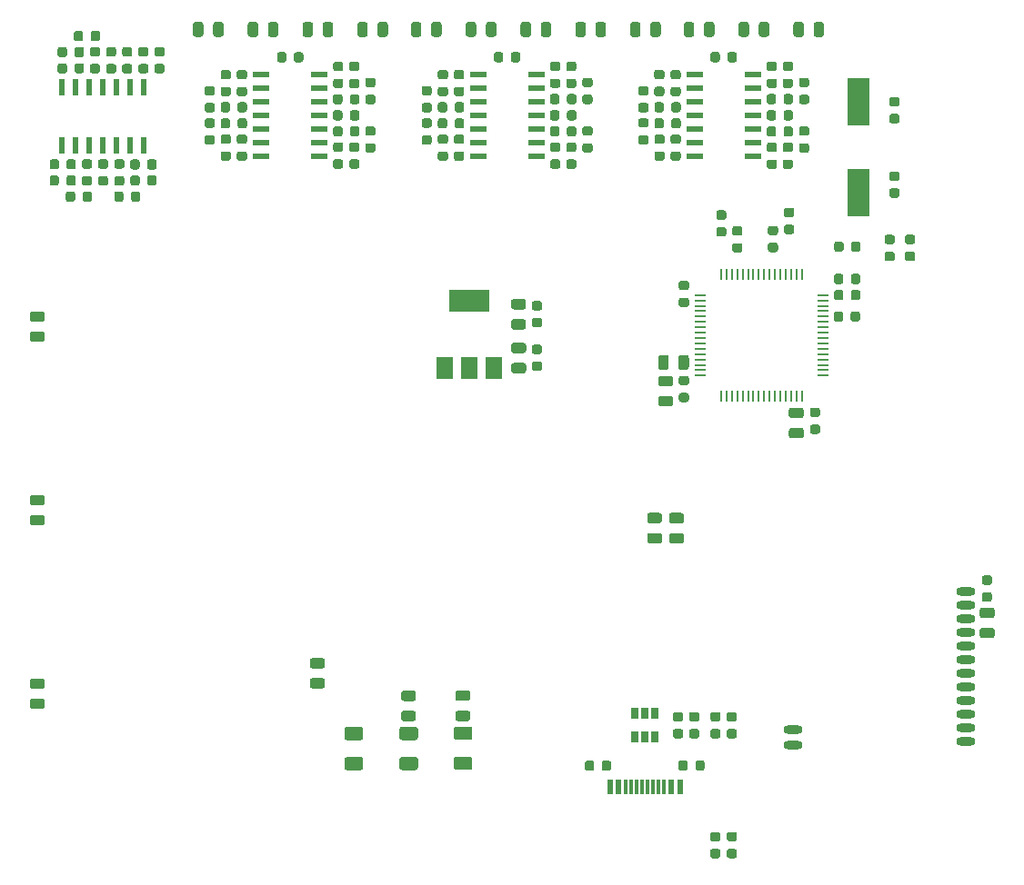
<source format=gbr>
G04 #@! TF.GenerationSoftware,KiCad,Pcbnew,5.1.8-db9833491~87~ubuntu20.04.1*
G04 #@! TF.CreationDate,2020-11-25T08:58:25+01:00*
G04 #@! TF.ProjectId,snoopy,736e6f6f-7079-42e6-9b69-6361645f7063,v1.0*
G04 #@! TF.SameCoordinates,Original*
G04 #@! TF.FileFunction,Paste,Top*
G04 #@! TF.FilePolarity,Positive*
%FSLAX46Y46*%
G04 Gerber Fmt 4.6, Leading zero omitted, Abs format (unit mm)*
G04 Created by KiCad (PCBNEW 5.1.8-db9833491~87~ubuntu20.04.1) date 2020-11-25 08:58:25*
%MOMM*%
%LPD*%
G01*
G04 APERTURE LIST*
%ADD10R,1.500000X0.600000*%
%ADD11R,0.600000X1.500000*%
%ADD12R,3.800000X2.000000*%
%ADD13R,1.500000X2.000000*%
%ADD14R,0.250000X1.000000*%
%ADD15R,1.000000X0.250000*%
%ADD16R,2.000000X4.500000*%
%ADD17R,0.650000X1.060000*%
%ADD18R,0.300000X1.450000*%
%ADD19R,0.600000X1.450000*%
%ADD20O,1.800000X0.800000*%
G04 APERTURE END LIST*
G36*
G01*
X113716250Y-75520000D02*
X113203750Y-75520000D01*
G75*
G02*
X112985000Y-75301250I0J218750D01*
G01*
X112985000Y-74863750D01*
G75*
G02*
X113203750Y-74645000I218750J0D01*
G01*
X113716250Y-74645000D01*
G75*
G02*
X113935000Y-74863750I0J-218750D01*
G01*
X113935000Y-75301250D01*
G75*
G02*
X113716250Y-75520000I-218750J0D01*
G01*
G37*
G36*
G01*
X113716250Y-77095000D02*
X113203750Y-77095000D01*
G75*
G02*
X112985000Y-76876250I0J218750D01*
G01*
X112985000Y-76438750D01*
G75*
G02*
X113203750Y-76220000I218750J0D01*
G01*
X113716250Y-76220000D01*
G75*
G02*
X113935000Y-76438750I0J-218750D01*
G01*
X113935000Y-76876250D01*
G75*
G02*
X113716250Y-77095000I-218750J0D01*
G01*
G37*
G36*
G01*
X134846250Y-84475000D02*
X134333750Y-84475000D01*
G75*
G02*
X134115000Y-84256250I0J218750D01*
G01*
X134115000Y-83818750D01*
G75*
G02*
X134333750Y-83600000I218750J0D01*
G01*
X134846250Y-83600000D01*
G75*
G02*
X135065000Y-83818750I0J-218750D01*
G01*
X135065000Y-84256250D01*
G75*
G02*
X134846250Y-84475000I-218750J0D01*
G01*
G37*
G36*
G01*
X134846250Y-82900000D02*
X134333750Y-82900000D01*
G75*
G02*
X134115000Y-82681250I0J218750D01*
G01*
X134115000Y-82243750D01*
G75*
G02*
X134333750Y-82025000I218750J0D01*
G01*
X134846250Y-82025000D01*
G75*
G02*
X135065000Y-82243750I0J-218750D01*
G01*
X135065000Y-82681250D01*
G75*
G02*
X134846250Y-82900000I-218750J0D01*
G01*
G37*
G36*
G01*
X133346250Y-84400000D02*
X132833750Y-84400000D01*
G75*
G02*
X132615000Y-84181250I0J218750D01*
G01*
X132615000Y-83743750D01*
G75*
G02*
X132833750Y-83525000I218750J0D01*
G01*
X133346250Y-83525000D01*
G75*
G02*
X133565000Y-83743750I0J-218750D01*
G01*
X133565000Y-84181250D01*
G75*
G02*
X133346250Y-84400000I-218750J0D01*
G01*
G37*
G36*
G01*
X133346250Y-85975000D02*
X132833750Y-85975000D01*
G75*
G02*
X132615000Y-85756250I0J218750D01*
G01*
X132615000Y-85318750D01*
G75*
G02*
X132833750Y-85100000I218750J0D01*
G01*
X133346250Y-85100000D01*
G75*
G02*
X133565000Y-85318750I0J-218750D01*
G01*
X133565000Y-85756250D01*
G75*
G02*
X133346250Y-85975000I-218750J0D01*
G01*
G37*
G36*
G01*
X119373750Y-78275000D02*
X119886250Y-78275000D01*
G75*
G02*
X120105000Y-78493750I0J-218750D01*
G01*
X120105000Y-78931250D01*
G75*
G02*
X119886250Y-79150000I-218750J0D01*
G01*
X119373750Y-79150000D01*
G75*
G02*
X119155000Y-78931250I0J218750D01*
G01*
X119155000Y-78493750D01*
G75*
G02*
X119373750Y-78275000I218750J0D01*
G01*
G37*
G36*
G01*
X119373750Y-79850000D02*
X119886250Y-79850000D01*
G75*
G02*
X120105000Y-80068750I0J-218750D01*
G01*
X120105000Y-80506250D01*
G75*
G02*
X119886250Y-80725000I-218750J0D01*
G01*
X119373750Y-80725000D01*
G75*
G02*
X119155000Y-80506250I0J218750D01*
G01*
X119155000Y-80068750D01*
G75*
G02*
X119373750Y-79850000I218750J0D01*
G01*
G37*
G36*
G01*
X119886250Y-83735000D02*
X119373750Y-83735000D01*
G75*
G02*
X119155000Y-83516250I0J218750D01*
G01*
X119155000Y-83078750D01*
G75*
G02*
X119373750Y-82860000I218750J0D01*
G01*
X119886250Y-82860000D01*
G75*
G02*
X120105000Y-83078750I0J-218750D01*
G01*
X120105000Y-83516250D01*
G75*
G02*
X119886250Y-83735000I-218750J0D01*
G01*
G37*
G36*
G01*
X119886250Y-82160000D02*
X119373750Y-82160000D01*
G75*
G02*
X119155000Y-81941250I0J218750D01*
G01*
X119155000Y-81503750D01*
G75*
G02*
X119373750Y-81285000I218750J0D01*
G01*
X119886250Y-81285000D01*
G75*
G02*
X120105000Y-81503750I0J-218750D01*
G01*
X120105000Y-81941250D01*
G75*
G02*
X119886250Y-82160000I-218750J0D01*
G01*
G37*
G36*
G01*
X134333750Y-79090000D02*
X134846250Y-79090000D01*
G75*
G02*
X135065000Y-79308750I0J-218750D01*
G01*
X135065000Y-79746250D01*
G75*
G02*
X134846250Y-79965000I-218750J0D01*
G01*
X134333750Y-79965000D01*
G75*
G02*
X134115000Y-79746250I0J218750D01*
G01*
X134115000Y-79308750D01*
G75*
G02*
X134333750Y-79090000I218750J0D01*
G01*
G37*
G36*
G01*
X134333750Y-77515000D02*
X134846250Y-77515000D01*
G75*
G02*
X135065000Y-77733750I0J-218750D01*
G01*
X135065000Y-78171250D01*
G75*
G02*
X134846250Y-78390000I-218750J0D01*
G01*
X134333750Y-78390000D01*
G75*
G02*
X134115000Y-78171250I0J218750D01*
G01*
X134115000Y-77733750D01*
G75*
G02*
X134333750Y-77515000I218750J0D01*
G01*
G37*
G36*
G01*
X120873750Y-78350000D02*
X121386250Y-78350000D01*
G75*
G02*
X121605000Y-78568750I0J-218750D01*
G01*
X121605000Y-79006250D01*
G75*
G02*
X121386250Y-79225000I-218750J0D01*
G01*
X120873750Y-79225000D01*
G75*
G02*
X120655000Y-79006250I0J218750D01*
G01*
X120655000Y-78568750D01*
G75*
G02*
X120873750Y-78350000I218750J0D01*
G01*
G37*
G36*
G01*
X120873750Y-76775000D02*
X121386250Y-76775000D01*
G75*
G02*
X121605000Y-76993750I0J-218750D01*
G01*
X121605000Y-77431250D01*
G75*
G02*
X121386250Y-77650000I-218750J0D01*
G01*
X120873750Y-77650000D01*
G75*
G02*
X120655000Y-77431250I0J218750D01*
G01*
X120655000Y-76993750D01*
G75*
G02*
X120873750Y-76775000I218750J0D01*
G01*
G37*
G36*
G01*
X121386250Y-85235000D02*
X120873750Y-85235000D01*
G75*
G02*
X120655000Y-85016250I0J218750D01*
G01*
X120655000Y-84578750D01*
G75*
G02*
X120873750Y-84360000I218750J0D01*
G01*
X121386250Y-84360000D01*
G75*
G02*
X121605000Y-84578750I0J-218750D01*
G01*
X121605000Y-85016250D01*
G75*
G02*
X121386250Y-85235000I-218750J0D01*
G01*
G37*
G36*
G01*
X121386250Y-83660000D02*
X120873750Y-83660000D01*
G75*
G02*
X120655000Y-83441250I0J218750D01*
G01*
X120655000Y-83003750D01*
G75*
G02*
X120873750Y-82785000I218750J0D01*
G01*
X121386250Y-82785000D01*
G75*
G02*
X121605000Y-83003750I0J-218750D01*
G01*
X121605000Y-83441250D01*
G75*
G02*
X121386250Y-83660000I-218750J0D01*
G01*
G37*
G36*
G01*
X132833750Y-77590000D02*
X133346250Y-77590000D01*
G75*
G02*
X133565000Y-77808750I0J-218750D01*
G01*
X133565000Y-78246250D01*
G75*
G02*
X133346250Y-78465000I-218750J0D01*
G01*
X132833750Y-78465000D01*
G75*
G02*
X132615000Y-78246250I0J218750D01*
G01*
X132615000Y-77808750D01*
G75*
G02*
X132833750Y-77590000I218750J0D01*
G01*
G37*
G36*
G01*
X132833750Y-76015000D02*
X133346250Y-76015000D01*
G75*
G02*
X133565000Y-76233750I0J-218750D01*
G01*
X133565000Y-76671250D01*
G75*
G02*
X133346250Y-76890000I-218750J0D01*
G01*
X132833750Y-76890000D01*
G75*
G02*
X132615000Y-76671250I0J218750D01*
G01*
X132615000Y-76233750D01*
G75*
G02*
X132833750Y-76015000I218750J0D01*
G01*
G37*
G36*
G01*
X155056250Y-84475000D02*
X154543750Y-84475000D01*
G75*
G02*
X154325000Y-84256250I0J218750D01*
G01*
X154325000Y-83818750D01*
G75*
G02*
X154543750Y-83600000I218750J0D01*
G01*
X155056250Y-83600000D01*
G75*
G02*
X155275000Y-83818750I0J-218750D01*
G01*
X155275000Y-84256250D01*
G75*
G02*
X155056250Y-84475000I-218750J0D01*
G01*
G37*
G36*
G01*
X155056250Y-82900000D02*
X154543750Y-82900000D01*
G75*
G02*
X154325000Y-82681250I0J218750D01*
G01*
X154325000Y-82243750D01*
G75*
G02*
X154543750Y-82025000I218750J0D01*
G01*
X155056250Y-82025000D01*
G75*
G02*
X155275000Y-82243750I0J-218750D01*
G01*
X155275000Y-82681250D01*
G75*
G02*
X155056250Y-82900000I-218750J0D01*
G01*
G37*
G36*
G01*
X154543750Y-79080000D02*
X155056250Y-79080000D01*
G75*
G02*
X155275000Y-79298750I0J-218750D01*
G01*
X155275000Y-79736250D01*
G75*
G02*
X155056250Y-79955000I-218750J0D01*
G01*
X154543750Y-79955000D01*
G75*
G02*
X154325000Y-79736250I0J218750D01*
G01*
X154325000Y-79298750D01*
G75*
G02*
X154543750Y-79080000I218750J0D01*
G01*
G37*
G36*
G01*
X154543750Y-77505000D02*
X155056250Y-77505000D01*
G75*
G02*
X155275000Y-77723750I0J-218750D01*
G01*
X155275000Y-78161250D01*
G75*
G02*
X155056250Y-78380000I-218750J0D01*
G01*
X154543750Y-78380000D01*
G75*
G02*
X154325000Y-78161250I0J218750D01*
G01*
X154325000Y-77723750D01*
G75*
G02*
X154543750Y-77505000I218750J0D01*
G01*
G37*
G36*
G01*
X139573750Y-78275000D02*
X140086250Y-78275000D01*
G75*
G02*
X140305000Y-78493750I0J-218750D01*
G01*
X140305000Y-78931250D01*
G75*
G02*
X140086250Y-79150000I-218750J0D01*
G01*
X139573750Y-79150000D01*
G75*
G02*
X139355000Y-78931250I0J218750D01*
G01*
X139355000Y-78493750D01*
G75*
G02*
X139573750Y-78275000I218750J0D01*
G01*
G37*
G36*
G01*
X139573750Y-79850000D02*
X140086250Y-79850000D01*
G75*
G02*
X140305000Y-80068750I0J-218750D01*
G01*
X140305000Y-80506250D01*
G75*
G02*
X140086250Y-80725000I-218750J0D01*
G01*
X139573750Y-80725000D01*
G75*
G02*
X139355000Y-80506250I0J218750D01*
G01*
X139355000Y-80068750D01*
G75*
G02*
X139573750Y-79850000I218750J0D01*
G01*
G37*
G36*
G01*
X140086250Y-83735000D02*
X139573750Y-83735000D01*
G75*
G02*
X139355000Y-83516250I0J218750D01*
G01*
X139355000Y-83078750D01*
G75*
G02*
X139573750Y-82860000I218750J0D01*
G01*
X140086250Y-82860000D01*
G75*
G02*
X140305000Y-83078750I0J-218750D01*
G01*
X140305000Y-83516250D01*
G75*
G02*
X140086250Y-83735000I-218750J0D01*
G01*
G37*
G36*
G01*
X140086250Y-82160000D02*
X139573750Y-82160000D01*
G75*
G02*
X139355000Y-81941250I0J218750D01*
G01*
X139355000Y-81503750D01*
G75*
G02*
X139573750Y-81285000I218750J0D01*
G01*
X140086250Y-81285000D01*
G75*
G02*
X140305000Y-81503750I0J-218750D01*
G01*
X140305000Y-81941250D01*
G75*
G02*
X140086250Y-82160000I-218750J0D01*
G01*
G37*
G36*
G01*
X153546250Y-84410000D02*
X153033750Y-84410000D01*
G75*
G02*
X152815000Y-84191250I0J218750D01*
G01*
X152815000Y-83753750D01*
G75*
G02*
X153033750Y-83535000I218750J0D01*
G01*
X153546250Y-83535000D01*
G75*
G02*
X153765000Y-83753750I0J-218750D01*
G01*
X153765000Y-84191250D01*
G75*
G02*
X153546250Y-84410000I-218750J0D01*
G01*
G37*
G36*
G01*
X153546250Y-85985000D02*
X153033750Y-85985000D01*
G75*
G02*
X152815000Y-85766250I0J218750D01*
G01*
X152815000Y-85328750D01*
G75*
G02*
X153033750Y-85110000I218750J0D01*
G01*
X153546250Y-85110000D01*
G75*
G02*
X153765000Y-85328750I0J-218750D01*
G01*
X153765000Y-85766250D01*
G75*
G02*
X153546250Y-85985000I-218750J0D01*
G01*
G37*
G36*
G01*
X153033750Y-77580000D02*
X153546250Y-77580000D01*
G75*
G02*
X153765000Y-77798750I0J-218750D01*
G01*
X153765000Y-78236250D01*
G75*
G02*
X153546250Y-78455000I-218750J0D01*
G01*
X153033750Y-78455000D01*
G75*
G02*
X152815000Y-78236250I0J218750D01*
G01*
X152815000Y-77798750D01*
G75*
G02*
X153033750Y-77580000I218750J0D01*
G01*
G37*
G36*
G01*
X153033750Y-76005000D02*
X153546250Y-76005000D01*
G75*
G02*
X153765000Y-76223750I0J-218750D01*
G01*
X153765000Y-76661250D01*
G75*
G02*
X153546250Y-76880000I-218750J0D01*
G01*
X153033750Y-76880000D01*
G75*
G02*
X152815000Y-76661250I0J218750D01*
G01*
X152815000Y-76223750D01*
G75*
G02*
X153033750Y-76005000I218750J0D01*
G01*
G37*
G36*
G01*
X141083750Y-78350000D02*
X141596250Y-78350000D01*
G75*
G02*
X141815000Y-78568750I0J-218750D01*
G01*
X141815000Y-79006250D01*
G75*
G02*
X141596250Y-79225000I-218750J0D01*
G01*
X141083750Y-79225000D01*
G75*
G02*
X140865000Y-79006250I0J218750D01*
G01*
X140865000Y-78568750D01*
G75*
G02*
X141083750Y-78350000I218750J0D01*
G01*
G37*
G36*
G01*
X141083750Y-76775000D02*
X141596250Y-76775000D01*
G75*
G02*
X141815000Y-76993750I0J-218750D01*
G01*
X141815000Y-77431250D01*
G75*
G02*
X141596250Y-77650000I-218750J0D01*
G01*
X141083750Y-77650000D01*
G75*
G02*
X140865000Y-77431250I0J218750D01*
G01*
X140865000Y-76993750D01*
G75*
G02*
X141083750Y-76775000I218750J0D01*
G01*
G37*
G36*
G01*
X141596250Y-85245000D02*
X141083750Y-85245000D01*
G75*
G02*
X140865000Y-85026250I0J218750D01*
G01*
X140865000Y-84588750D01*
G75*
G02*
X141083750Y-84370000I218750J0D01*
G01*
X141596250Y-84370000D01*
G75*
G02*
X141815000Y-84588750I0J-218750D01*
G01*
X141815000Y-85026250D01*
G75*
G02*
X141596250Y-85245000I-218750J0D01*
G01*
G37*
G36*
G01*
X141596250Y-83670000D02*
X141083750Y-83670000D01*
G75*
G02*
X140865000Y-83451250I0J218750D01*
G01*
X140865000Y-83013750D01*
G75*
G02*
X141083750Y-82795000I218750J0D01*
G01*
X141596250Y-82795000D01*
G75*
G02*
X141815000Y-83013750I0J-218750D01*
G01*
X141815000Y-83451250D01*
G75*
G02*
X141596250Y-83670000I-218750J0D01*
G01*
G37*
G36*
G01*
X159753750Y-79850000D02*
X160266250Y-79850000D01*
G75*
G02*
X160485000Y-80068750I0J-218750D01*
G01*
X160485000Y-80506250D01*
G75*
G02*
X160266250Y-80725000I-218750J0D01*
G01*
X159753750Y-80725000D01*
G75*
G02*
X159535000Y-80506250I0J218750D01*
G01*
X159535000Y-80068750D01*
G75*
G02*
X159753750Y-79850000I218750J0D01*
G01*
G37*
G36*
G01*
X159753750Y-78275000D02*
X160266250Y-78275000D01*
G75*
G02*
X160485000Y-78493750I0J-218750D01*
G01*
X160485000Y-78931250D01*
G75*
G02*
X160266250Y-79150000I-218750J0D01*
G01*
X159753750Y-79150000D01*
G75*
G02*
X159535000Y-78931250I0J218750D01*
G01*
X159535000Y-78493750D01*
G75*
G02*
X159753750Y-78275000I218750J0D01*
G01*
G37*
G36*
G01*
X160266250Y-82150000D02*
X159753750Y-82150000D01*
G75*
G02*
X159535000Y-81931250I0J218750D01*
G01*
X159535000Y-81493750D01*
G75*
G02*
X159753750Y-81275000I218750J0D01*
G01*
X160266250Y-81275000D01*
G75*
G02*
X160485000Y-81493750I0J-218750D01*
G01*
X160485000Y-81931250D01*
G75*
G02*
X160266250Y-82150000I-218750J0D01*
G01*
G37*
G36*
G01*
X160266250Y-83725000D02*
X159753750Y-83725000D01*
G75*
G02*
X159535000Y-83506250I0J218750D01*
G01*
X159535000Y-83068750D01*
G75*
G02*
X159753750Y-82850000I218750J0D01*
G01*
X160266250Y-82850000D01*
G75*
G02*
X160485000Y-83068750I0J-218750D01*
G01*
X160485000Y-83506250D01*
G75*
G02*
X160266250Y-83725000I-218750J0D01*
G01*
G37*
G36*
G01*
X175226250Y-82910000D02*
X174713750Y-82910000D01*
G75*
G02*
X174495000Y-82691250I0J218750D01*
G01*
X174495000Y-82253750D01*
G75*
G02*
X174713750Y-82035000I218750J0D01*
G01*
X175226250Y-82035000D01*
G75*
G02*
X175445000Y-82253750I0J-218750D01*
G01*
X175445000Y-82691250D01*
G75*
G02*
X175226250Y-82910000I-218750J0D01*
G01*
G37*
G36*
G01*
X175226250Y-84485000D02*
X174713750Y-84485000D01*
G75*
G02*
X174495000Y-84266250I0J218750D01*
G01*
X174495000Y-83828750D01*
G75*
G02*
X174713750Y-83610000I218750J0D01*
G01*
X175226250Y-83610000D01*
G75*
G02*
X175445000Y-83828750I0J-218750D01*
G01*
X175445000Y-84266250D01*
G75*
G02*
X175226250Y-84485000I-218750J0D01*
G01*
G37*
G36*
G01*
X174713750Y-77505000D02*
X175226250Y-77505000D01*
G75*
G02*
X175445000Y-77723750I0J-218750D01*
G01*
X175445000Y-78161250D01*
G75*
G02*
X175226250Y-78380000I-218750J0D01*
G01*
X174713750Y-78380000D01*
G75*
G02*
X174495000Y-78161250I0J218750D01*
G01*
X174495000Y-77723750D01*
G75*
G02*
X174713750Y-77505000I218750J0D01*
G01*
G37*
G36*
G01*
X174713750Y-79080000D02*
X175226250Y-79080000D01*
G75*
G02*
X175445000Y-79298750I0J-218750D01*
G01*
X175445000Y-79736250D01*
G75*
G02*
X175226250Y-79955000I-218750J0D01*
G01*
X174713750Y-79955000D01*
G75*
G02*
X174495000Y-79736250I0J218750D01*
G01*
X174495000Y-79298750D01*
G75*
G02*
X174713750Y-79080000I218750J0D01*
G01*
G37*
G36*
G01*
X161233750Y-76765000D02*
X161746250Y-76765000D01*
G75*
G02*
X161965000Y-76983750I0J-218750D01*
G01*
X161965000Y-77421250D01*
G75*
G02*
X161746250Y-77640000I-218750J0D01*
G01*
X161233750Y-77640000D01*
G75*
G02*
X161015000Y-77421250I0J218750D01*
G01*
X161015000Y-76983750D01*
G75*
G02*
X161233750Y-76765000I218750J0D01*
G01*
G37*
G36*
G01*
X161233750Y-78340000D02*
X161746250Y-78340000D01*
G75*
G02*
X161965000Y-78558750I0J-218750D01*
G01*
X161965000Y-78996250D01*
G75*
G02*
X161746250Y-79215000I-218750J0D01*
G01*
X161233750Y-79215000D01*
G75*
G02*
X161015000Y-78996250I0J218750D01*
G01*
X161015000Y-78558750D01*
G75*
G02*
X161233750Y-78340000I218750J0D01*
G01*
G37*
G36*
G01*
X161766250Y-85235000D02*
X161253750Y-85235000D01*
G75*
G02*
X161035000Y-85016250I0J218750D01*
G01*
X161035000Y-84578750D01*
G75*
G02*
X161253750Y-84360000I218750J0D01*
G01*
X161766250Y-84360000D01*
G75*
G02*
X161985000Y-84578750I0J-218750D01*
G01*
X161985000Y-85016250D01*
G75*
G02*
X161766250Y-85235000I-218750J0D01*
G01*
G37*
G36*
G01*
X161766250Y-83660000D02*
X161253750Y-83660000D01*
G75*
G02*
X161035000Y-83441250I0J218750D01*
G01*
X161035000Y-83003750D01*
G75*
G02*
X161253750Y-82785000I218750J0D01*
G01*
X161766250Y-82785000D01*
G75*
G02*
X161985000Y-83003750I0J-218750D01*
G01*
X161985000Y-83441250D01*
G75*
G02*
X161766250Y-83660000I-218750J0D01*
G01*
G37*
G36*
G01*
X173716250Y-84420000D02*
X173203750Y-84420000D01*
G75*
G02*
X172985000Y-84201250I0J218750D01*
G01*
X172985000Y-83763750D01*
G75*
G02*
X173203750Y-83545000I218750J0D01*
G01*
X173716250Y-83545000D01*
G75*
G02*
X173935000Y-83763750I0J-218750D01*
G01*
X173935000Y-84201250D01*
G75*
G02*
X173716250Y-84420000I-218750J0D01*
G01*
G37*
G36*
G01*
X173716250Y-85995000D02*
X173203750Y-85995000D01*
G75*
G02*
X172985000Y-85776250I0J218750D01*
G01*
X172985000Y-85338750D01*
G75*
G02*
X173203750Y-85120000I218750J0D01*
G01*
X173716250Y-85120000D01*
G75*
G02*
X173935000Y-85338750I0J-218750D01*
G01*
X173935000Y-85776250D01*
G75*
G02*
X173716250Y-85995000I-218750J0D01*
G01*
G37*
G36*
G01*
X173203750Y-76005000D02*
X173716250Y-76005000D01*
G75*
G02*
X173935000Y-76223750I0J-218750D01*
G01*
X173935000Y-76661250D01*
G75*
G02*
X173716250Y-76880000I-218750J0D01*
G01*
X173203750Y-76880000D01*
G75*
G02*
X172985000Y-76661250I0J218750D01*
G01*
X172985000Y-76223750D01*
G75*
G02*
X173203750Y-76005000I218750J0D01*
G01*
G37*
G36*
G01*
X173203750Y-77580000D02*
X173716250Y-77580000D01*
G75*
G02*
X173935000Y-77798750I0J-218750D01*
G01*
X173935000Y-78236250D01*
G75*
G02*
X173716250Y-78455000I-218750J0D01*
G01*
X173203750Y-78455000D01*
G75*
G02*
X172985000Y-78236250I0J218750D01*
G01*
X172985000Y-77798750D01*
G75*
G02*
X173203750Y-77580000I218750J0D01*
G01*
G37*
G36*
G01*
X131115000Y-81256250D02*
X131115000Y-80743750D01*
G75*
G02*
X131333750Y-80525000I218750J0D01*
G01*
X131771250Y-80525000D01*
G75*
G02*
X131990000Y-80743750I0J-218750D01*
G01*
X131990000Y-81256250D01*
G75*
G02*
X131771250Y-81475000I-218750J0D01*
G01*
X131333750Y-81475000D01*
G75*
G02*
X131115000Y-81256250I0J218750D01*
G01*
G37*
G36*
G01*
X132690000Y-81256250D02*
X132690000Y-80743750D01*
G75*
G02*
X132908750Y-80525000I218750J0D01*
G01*
X133346250Y-80525000D01*
G75*
G02*
X133565000Y-80743750I0J-218750D01*
G01*
X133565000Y-81256250D01*
G75*
G02*
X133346250Y-81475000I-218750J0D01*
G01*
X132908750Y-81475000D01*
G75*
G02*
X132690000Y-81256250I0J218750D01*
G01*
G37*
G36*
G01*
X152890000Y-81256250D02*
X152890000Y-80743750D01*
G75*
G02*
X153108750Y-80525000I218750J0D01*
G01*
X153546250Y-80525000D01*
G75*
G02*
X153765000Y-80743750I0J-218750D01*
G01*
X153765000Y-81256250D01*
G75*
G02*
X153546250Y-81475000I-218750J0D01*
G01*
X153108750Y-81475000D01*
G75*
G02*
X152890000Y-81256250I0J218750D01*
G01*
G37*
G36*
G01*
X151315000Y-81256250D02*
X151315000Y-80743750D01*
G75*
G02*
X151533750Y-80525000I218750J0D01*
G01*
X151971250Y-80525000D01*
G75*
G02*
X152190000Y-80743750I0J-218750D01*
G01*
X152190000Y-81256250D01*
G75*
G02*
X151971250Y-81475000I-218750J0D01*
G01*
X151533750Y-81475000D01*
G75*
G02*
X151315000Y-81256250I0J218750D01*
G01*
G37*
G36*
G01*
X171485000Y-81256250D02*
X171485000Y-80743750D01*
G75*
G02*
X171703750Y-80525000I218750J0D01*
G01*
X172141250Y-80525000D01*
G75*
G02*
X172360000Y-80743750I0J-218750D01*
G01*
X172360000Y-81256250D01*
G75*
G02*
X172141250Y-81475000I-218750J0D01*
G01*
X171703750Y-81475000D01*
G75*
G02*
X171485000Y-81256250I0J218750D01*
G01*
G37*
G36*
G01*
X173060000Y-81256250D02*
X173060000Y-80743750D01*
G75*
G02*
X173278750Y-80525000I218750J0D01*
G01*
X173716250Y-80525000D01*
G75*
G02*
X173935000Y-80743750I0J-218750D01*
G01*
X173935000Y-81256250D01*
G75*
G02*
X173716250Y-81475000I-218750J0D01*
G01*
X173278750Y-81475000D01*
G75*
G02*
X173060000Y-81256250I0J218750D01*
G01*
G37*
G36*
G01*
X111610000Y-88323750D02*
X111610000Y-88836250D01*
G75*
G02*
X111391250Y-89055000I-218750J0D01*
G01*
X110953750Y-89055000D01*
G75*
G02*
X110735000Y-88836250I0J218750D01*
G01*
X110735000Y-88323750D01*
G75*
G02*
X110953750Y-88105000I218750J0D01*
G01*
X111391250Y-88105000D01*
G75*
G02*
X111610000Y-88323750I0J-218750D01*
G01*
G37*
G36*
G01*
X113185000Y-88323750D02*
X113185000Y-88836250D01*
G75*
G02*
X112966250Y-89055000I-218750J0D01*
G01*
X112528750Y-89055000D01*
G75*
G02*
X112310000Y-88836250I0J218750D01*
G01*
X112310000Y-88323750D01*
G75*
G02*
X112528750Y-88105000I218750J0D01*
G01*
X112966250Y-88105000D01*
G75*
G02*
X113185000Y-88323750I0J-218750D01*
G01*
G37*
G36*
G01*
X108550000Y-73866250D02*
X108550000Y-73353750D01*
G75*
G02*
X108768750Y-73135000I218750J0D01*
G01*
X109206250Y-73135000D01*
G75*
G02*
X109425000Y-73353750I0J-218750D01*
G01*
X109425000Y-73866250D01*
G75*
G02*
X109206250Y-74085000I-218750J0D01*
G01*
X108768750Y-74085000D01*
G75*
G02*
X108550000Y-73866250I0J218750D01*
G01*
G37*
G36*
G01*
X106975000Y-73866250D02*
X106975000Y-73353750D01*
G75*
G02*
X107193750Y-73135000I218750J0D01*
G01*
X107631250Y-73135000D01*
G75*
G02*
X107850000Y-73353750I0J-218750D01*
G01*
X107850000Y-73866250D01*
G75*
G02*
X107631250Y-74085000I-218750J0D01*
G01*
X107193750Y-74085000D01*
G75*
G02*
X106975000Y-73866250I0J218750D01*
G01*
G37*
G36*
G01*
X106225000Y-88836250D02*
X106225000Y-88323750D01*
G75*
G02*
X106443750Y-88105000I218750J0D01*
G01*
X106881250Y-88105000D01*
G75*
G02*
X107100000Y-88323750I0J-218750D01*
G01*
X107100000Y-88836250D01*
G75*
G02*
X106881250Y-89055000I-218750J0D01*
G01*
X106443750Y-89055000D01*
G75*
G02*
X106225000Y-88836250I0J218750D01*
G01*
G37*
G36*
G01*
X107800000Y-88836250D02*
X107800000Y-88323750D01*
G75*
G02*
X108018750Y-88105000I218750J0D01*
G01*
X108456250Y-88105000D01*
G75*
G02*
X108675000Y-88323750I0J-218750D01*
G01*
X108675000Y-88836250D01*
G75*
G02*
X108456250Y-89055000I-218750J0D01*
G01*
X108018750Y-89055000D01*
G75*
G02*
X107800000Y-88836250I0J218750D01*
G01*
G37*
G36*
G01*
X109443750Y-86670000D02*
X109956250Y-86670000D01*
G75*
G02*
X110175000Y-86888750I0J-218750D01*
G01*
X110175000Y-87326250D01*
G75*
G02*
X109956250Y-87545000I-218750J0D01*
G01*
X109443750Y-87545000D01*
G75*
G02*
X109225000Y-87326250I0J218750D01*
G01*
X109225000Y-86888750D01*
G75*
G02*
X109443750Y-86670000I218750J0D01*
G01*
G37*
G36*
G01*
X109443750Y-85095000D02*
X109956250Y-85095000D01*
G75*
G02*
X110175000Y-85313750I0J-218750D01*
G01*
X110175000Y-85751250D01*
G75*
G02*
X109956250Y-85970000I-218750J0D01*
G01*
X109443750Y-85970000D01*
G75*
G02*
X109225000Y-85751250I0J218750D01*
G01*
X109225000Y-85313750D01*
G75*
G02*
X109443750Y-85095000I218750J0D01*
G01*
G37*
G36*
G01*
X149843750Y-103950000D02*
X150356250Y-103950000D01*
G75*
G02*
X150575000Y-104168750I0J-218750D01*
G01*
X150575000Y-104606250D01*
G75*
G02*
X150356250Y-104825000I-218750J0D01*
G01*
X149843750Y-104825000D01*
G75*
G02*
X149625000Y-104606250I0J218750D01*
G01*
X149625000Y-104168750D01*
G75*
G02*
X149843750Y-103950000I218750J0D01*
G01*
G37*
G36*
G01*
X149843750Y-102375000D02*
X150356250Y-102375000D01*
G75*
G02*
X150575000Y-102593750I0J-218750D01*
G01*
X150575000Y-103031250D01*
G75*
G02*
X150356250Y-103250000I-218750J0D01*
G01*
X149843750Y-103250000D01*
G75*
G02*
X149625000Y-103031250I0J218750D01*
G01*
X149625000Y-102593750D01*
G75*
G02*
X149843750Y-102375000I218750J0D01*
G01*
G37*
G36*
G01*
X114685000Y-86813750D02*
X114685000Y-87326250D01*
G75*
G02*
X114466250Y-87545000I-218750J0D01*
G01*
X114028750Y-87545000D01*
G75*
G02*
X113810000Y-87326250I0J218750D01*
G01*
X113810000Y-86813750D01*
G75*
G02*
X114028750Y-86595000I218750J0D01*
G01*
X114466250Y-86595000D01*
G75*
G02*
X114685000Y-86813750I0J-218750D01*
G01*
G37*
G36*
G01*
X113110000Y-86813750D02*
X113110000Y-87326250D01*
G75*
G02*
X112891250Y-87545000I-218750J0D01*
G01*
X112453750Y-87545000D01*
G75*
G02*
X112235000Y-87326250I0J218750D01*
G01*
X112235000Y-86813750D01*
G75*
G02*
X112453750Y-86595000I218750J0D01*
G01*
X112891250Y-86595000D01*
G75*
G02*
X113110000Y-86813750I0J-218750D01*
G01*
G37*
G36*
G01*
X105475000Y-75366250D02*
X105475000Y-74853750D01*
G75*
G02*
X105693750Y-74635000I218750J0D01*
G01*
X106131250Y-74635000D01*
G75*
G02*
X106350000Y-74853750I0J-218750D01*
G01*
X106350000Y-75366250D01*
G75*
G02*
X106131250Y-75585000I-218750J0D01*
G01*
X105693750Y-75585000D01*
G75*
G02*
X105475000Y-75366250I0J218750D01*
G01*
G37*
G36*
G01*
X107050000Y-75366250D02*
X107050000Y-74853750D01*
G75*
G02*
X107268750Y-74635000I218750J0D01*
G01*
X107706250Y-74635000D01*
G75*
G02*
X107925000Y-74853750I0J-218750D01*
G01*
X107925000Y-75366250D01*
G75*
G02*
X107706250Y-75585000I-218750J0D01*
G01*
X107268750Y-75585000D01*
G75*
G02*
X107050000Y-75366250I0J218750D01*
G01*
G37*
G36*
G01*
X104725000Y-87326250D02*
X104725000Y-86813750D01*
G75*
G02*
X104943750Y-86595000I218750J0D01*
G01*
X105381250Y-86595000D01*
G75*
G02*
X105600000Y-86813750I0J-218750D01*
G01*
X105600000Y-87326250D01*
G75*
G02*
X105381250Y-87545000I-218750J0D01*
G01*
X104943750Y-87545000D01*
G75*
G02*
X104725000Y-87326250I0J218750D01*
G01*
G37*
G36*
G01*
X106300000Y-87326250D02*
X106300000Y-86813750D01*
G75*
G02*
X106518750Y-86595000I218750J0D01*
G01*
X106956250Y-86595000D01*
G75*
G02*
X107175000Y-86813750I0J-218750D01*
G01*
X107175000Y-87326250D01*
G75*
G02*
X106956250Y-87545000I-218750J0D01*
G01*
X106518750Y-87545000D01*
G75*
G02*
X106300000Y-87326250I0J218750D01*
G01*
G37*
G36*
G01*
X149843750Y-98315000D02*
X150356250Y-98315000D01*
G75*
G02*
X150575000Y-98533750I0J-218750D01*
G01*
X150575000Y-98971250D01*
G75*
G02*
X150356250Y-99190000I-218750J0D01*
G01*
X149843750Y-99190000D01*
G75*
G02*
X149625000Y-98971250I0J218750D01*
G01*
X149625000Y-98533750D01*
G75*
G02*
X149843750Y-98315000I218750J0D01*
G01*
G37*
G36*
G01*
X149843750Y-99890000D02*
X150356250Y-99890000D01*
G75*
G02*
X150575000Y-100108750I0J-218750D01*
G01*
X150575000Y-100546250D01*
G75*
G02*
X150356250Y-100765000I-218750J0D01*
G01*
X149843750Y-100765000D01*
G75*
G02*
X149625000Y-100546250I0J218750D01*
G01*
X149625000Y-100108750D01*
G75*
G02*
X149843750Y-99890000I218750J0D01*
G01*
G37*
G36*
G01*
X171813750Y-92880000D02*
X172326250Y-92880000D01*
G75*
G02*
X172545000Y-93098750I0J-218750D01*
G01*
X172545000Y-93536250D01*
G75*
G02*
X172326250Y-93755000I-218750J0D01*
G01*
X171813750Y-93755000D01*
G75*
G02*
X171595000Y-93536250I0J218750D01*
G01*
X171595000Y-93098750D01*
G75*
G02*
X171813750Y-92880000I218750J0D01*
G01*
G37*
G36*
G01*
X171813750Y-91305000D02*
X172326250Y-91305000D01*
G75*
G02*
X172545000Y-91523750I0J-218750D01*
G01*
X172545000Y-91961250D01*
G75*
G02*
X172326250Y-92180000I-218750J0D01*
G01*
X171813750Y-92180000D01*
G75*
G02*
X171595000Y-91961250I0J218750D01*
G01*
X171595000Y-91523750D01*
G75*
G02*
X171813750Y-91305000I218750J0D01*
G01*
G37*
G36*
G01*
X122230000Y-80506250D02*
X122230000Y-79993750D01*
G75*
G02*
X122448750Y-79775000I218750J0D01*
G01*
X122886250Y-79775000D01*
G75*
G02*
X123105000Y-79993750I0J-218750D01*
G01*
X123105000Y-80506250D01*
G75*
G02*
X122886250Y-80725000I-218750J0D01*
G01*
X122448750Y-80725000D01*
G75*
G02*
X122230000Y-80506250I0J218750D01*
G01*
G37*
G36*
G01*
X120655000Y-80506250D02*
X120655000Y-79993750D01*
G75*
G02*
X120873750Y-79775000I218750J0D01*
G01*
X121311250Y-79775000D01*
G75*
G02*
X121530000Y-79993750I0J-218750D01*
G01*
X121530000Y-80506250D01*
G75*
G02*
X121311250Y-80725000I-218750J0D01*
G01*
X120873750Y-80725000D01*
G75*
G02*
X120655000Y-80506250I0J218750D01*
G01*
G37*
G36*
G01*
X122230000Y-82016250D02*
X122230000Y-81503750D01*
G75*
G02*
X122448750Y-81285000I218750J0D01*
G01*
X122886250Y-81285000D01*
G75*
G02*
X123105000Y-81503750I0J-218750D01*
G01*
X123105000Y-82016250D01*
G75*
G02*
X122886250Y-82235000I-218750J0D01*
G01*
X122448750Y-82235000D01*
G75*
G02*
X122230000Y-82016250I0J218750D01*
G01*
G37*
G36*
G01*
X120655000Y-82016250D02*
X120655000Y-81503750D01*
G75*
G02*
X120873750Y-81285000I218750J0D01*
G01*
X121311250Y-81285000D01*
G75*
G02*
X121530000Y-81503750I0J-218750D01*
G01*
X121530000Y-82016250D01*
G75*
G02*
X121311250Y-82235000I-218750J0D01*
G01*
X120873750Y-82235000D01*
G75*
G02*
X120655000Y-82016250I0J218750D01*
G01*
G37*
G36*
G01*
X133565000Y-82243750D02*
X133565000Y-82756250D01*
G75*
G02*
X133346250Y-82975000I-218750J0D01*
G01*
X132908750Y-82975000D01*
G75*
G02*
X132690000Y-82756250I0J218750D01*
G01*
X132690000Y-82243750D01*
G75*
G02*
X132908750Y-82025000I218750J0D01*
G01*
X133346250Y-82025000D01*
G75*
G02*
X133565000Y-82243750I0J-218750D01*
G01*
G37*
G36*
G01*
X131990000Y-82243750D02*
X131990000Y-82756250D01*
G75*
G02*
X131771250Y-82975000I-218750J0D01*
G01*
X131333750Y-82975000D01*
G75*
G02*
X131115000Y-82756250I0J218750D01*
G01*
X131115000Y-82243750D01*
G75*
G02*
X131333750Y-82025000I218750J0D01*
G01*
X131771250Y-82025000D01*
G75*
G02*
X131990000Y-82243750I0J-218750D01*
G01*
G37*
G36*
G01*
X131990000Y-79243750D02*
X131990000Y-79756250D01*
G75*
G02*
X131771250Y-79975000I-218750J0D01*
G01*
X131333750Y-79975000D01*
G75*
G02*
X131115000Y-79756250I0J218750D01*
G01*
X131115000Y-79243750D01*
G75*
G02*
X131333750Y-79025000I218750J0D01*
G01*
X131771250Y-79025000D01*
G75*
G02*
X131990000Y-79243750I0J-218750D01*
G01*
G37*
G36*
G01*
X133565000Y-79243750D02*
X133565000Y-79756250D01*
G75*
G02*
X133346250Y-79975000I-218750J0D01*
G01*
X132908750Y-79975000D01*
G75*
G02*
X132690000Y-79756250I0J218750D01*
G01*
X132690000Y-79243750D01*
G75*
G02*
X132908750Y-79025000I218750J0D01*
G01*
X133346250Y-79025000D01*
G75*
G02*
X133565000Y-79243750I0J-218750D01*
G01*
G37*
G36*
G01*
X122886250Y-79225000D02*
X122373750Y-79225000D01*
G75*
G02*
X122155000Y-79006250I0J218750D01*
G01*
X122155000Y-78568750D01*
G75*
G02*
X122373750Y-78350000I218750J0D01*
G01*
X122886250Y-78350000D01*
G75*
G02*
X123105000Y-78568750I0J-218750D01*
G01*
X123105000Y-79006250D01*
G75*
G02*
X122886250Y-79225000I-218750J0D01*
G01*
G37*
G36*
G01*
X122886250Y-77650000D02*
X122373750Y-77650000D01*
G75*
G02*
X122155000Y-77431250I0J218750D01*
G01*
X122155000Y-76993750D01*
G75*
G02*
X122373750Y-76775000I218750J0D01*
G01*
X122886250Y-76775000D01*
G75*
G02*
X123105000Y-76993750I0J-218750D01*
G01*
X123105000Y-77431250D01*
G75*
G02*
X122886250Y-77650000I-218750J0D01*
G01*
G37*
G36*
G01*
X122373750Y-82785000D02*
X122886250Y-82785000D01*
G75*
G02*
X123105000Y-83003750I0J-218750D01*
G01*
X123105000Y-83441250D01*
G75*
G02*
X122886250Y-83660000I-218750J0D01*
G01*
X122373750Y-83660000D01*
G75*
G02*
X122155000Y-83441250I0J218750D01*
G01*
X122155000Y-83003750D01*
G75*
G02*
X122373750Y-82785000I218750J0D01*
G01*
G37*
G36*
G01*
X122373750Y-84360000D02*
X122886250Y-84360000D01*
G75*
G02*
X123105000Y-84578750I0J-218750D01*
G01*
X123105000Y-85016250D01*
G75*
G02*
X122886250Y-85235000I-218750J0D01*
G01*
X122373750Y-85235000D01*
G75*
G02*
X122155000Y-85016250I0J218750D01*
G01*
X122155000Y-84578750D01*
G75*
G02*
X122373750Y-84360000I218750J0D01*
G01*
G37*
G36*
G01*
X131333750Y-83525000D02*
X131846250Y-83525000D01*
G75*
G02*
X132065000Y-83743750I0J-218750D01*
G01*
X132065000Y-84181250D01*
G75*
G02*
X131846250Y-84400000I-218750J0D01*
G01*
X131333750Y-84400000D01*
G75*
G02*
X131115000Y-84181250I0J218750D01*
G01*
X131115000Y-83743750D01*
G75*
G02*
X131333750Y-83525000I218750J0D01*
G01*
G37*
G36*
G01*
X131333750Y-85100000D02*
X131846250Y-85100000D01*
G75*
G02*
X132065000Y-85318750I0J-218750D01*
G01*
X132065000Y-85756250D01*
G75*
G02*
X131846250Y-85975000I-218750J0D01*
G01*
X131333750Y-85975000D01*
G75*
G02*
X131115000Y-85756250I0J218750D01*
G01*
X131115000Y-85318750D01*
G75*
G02*
X131333750Y-85100000I218750J0D01*
G01*
G37*
G36*
G01*
X131846250Y-78465000D02*
X131333750Y-78465000D01*
G75*
G02*
X131115000Y-78246250I0J218750D01*
G01*
X131115000Y-77808750D01*
G75*
G02*
X131333750Y-77590000I218750J0D01*
G01*
X131846250Y-77590000D01*
G75*
G02*
X132065000Y-77808750I0J-218750D01*
G01*
X132065000Y-78246250D01*
G75*
G02*
X131846250Y-78465000I-218750J0D01*
G01*
G37*
G36*
G01*
X131846250Y-76890000D02*
X131333750Y-76890000D01*
G75*
G02*
X131115000Y-76671250I0J218750D01*
G01*
X131115000Y-76233750D01*
G75*
G02*
X131333750Y-76015000I218750J0D01*
G01*
X131846250Y-76015000D01*
G75*
G02*
X132065000Y-76233750I0J-218750D01*
G01*
X132065000Y-76671250D01*
G75*
G02*
X131846250Y-76890000I-218750J0D01*
G01*
G37*
G36*
G01*
X152190000Y-82243750D02*
X152190000Y-82756250D01*
G75*
G02*
X151971250Y-82975000I-218750J0D01*
G01*
X151533750Y-82975000D01*
G75*
G02*
X151315000Y-82756250I0J218750D01*
G01*
X151315000Y-82243750D01*
G75*
G02*
X151533750Y-82025000I218750J0D01*
G01*
X151971250Y-82025000D01*
G75*
G02*
X152190000Y-82243750I0J-218750D01*
G01*
G37*
G36*
G01*
X153765000Y-82243750D02*
X153765000Y-82756250D01*
G75*
G02*
X153546250Y-82975000I-218750J0D01*
G01*
X153108750Y-82975000D01*
G75*
G02*
X152890000Y-82756250I0J218750D01*
G01*
X152890000Y-82243750D01*
G75*
G02*
X153108750Y-82025000I218750J0D01*
G01*
X153546250Y-82025000D01*
G75*
G02*
X153765000Y-82243750I0J-218750D01*
G01*
G37*
G36*
G01*
X153765000Y-79233750D02*
X153765000Y-79746250D01*
G75*
G02*
X153546250Y-79965000I-218750J0D01*
G01*
X153108750Y-79965000D01*
G75*
G02*
X152890000Y-79746250I0J218750D01*
G01*
X152890000Y-79233750D01*
G75*
G02*
X153108750Y-79015000I218750J0D01*
G01*
X153546250Y-79015000D01*
G75*
G02*
X153765000Y-79233750I0J-218750D01*
G01*
G37*
G36*
G01*
X152190000Y-79233750D02*
X152190000Y-79746250D01*
G75*
G02*
X151971250Y-79965000I-218750J0D01*
G01*
X151533750Y-79965000D01*
G75*
G02*
X151315000Y-79746250I0J218750D01*
G01*
X151315000Y-79233750D01*
G75*
G02*
X151533750Y-79015000I218750J0D01*
G01*
X151971250Y-79015000D01*
G75*
G02*
X152190000Y-79233750I0J-218750D01*
G01*
G37*
G36*
G01*
X140865000Y-80506250D02*
X140865000Y-79993750D01*
G75*
G02*
X141083750Y-79775000I218750J0D01*
G01*
X141521250Y-79775000D01*
G75*
G02*
X141740000Y-79993750I0J-218750D01*
G01*
X141740000Y-80506250D01*
G75*
G02*
X141521250Y-80725000I-218750J0D01*
G01*
X141083750Y-80725000D01*
G75*
G02*
X140865000Y-80506250I0J218750D01*
G01*
G37*
G36*
G01*
X142440000Y-80506250D02*
X142440000Y-79993750D01*
G75*
G02*
X142658750Y-79775000I218750J0D01*
G01*
X143096250Y-79775000D01*
G75*
G02*
X143315000Y-79993750I0J-218750D01*
G01*
X143315000Y-80506250D01*
G75*
G02*
X143096250Y-80725000I-218750J0D01*
G01*
X142658750Y-80725000D01*
G75*
G02*
X142440000Y-80506250I0J218750D01*
G01*
G37*
G36*
G01*
X140865000Y-82016250D02*
X140865000Y-81503750D01*
G75*
G02*
X141083750Y-81285000I218750J0D01*
G01*
X141521250Y-81285000D01*
G75*
G02*
X141740000Y-81503750I0J-218750D01*
G01*
X141740000Y-82016250D01*
G75*
G02*
X141521250Y-82235000I-218750J0D01*
G01*
X141083750Y-82235000D01*
G75*
G02*
X140865000Y-82016250I0J218750D01*
G01*
G37*
G36*
G01*
X142440000Y-82016250D02*
X142440000Y-81503750D01*
G75*
G02*
X142658750Y-81285000I218750J0D01*
G01*
X143096250Y-81285000D01*
G75*
G02*
X143315000Y-81503750I0J-218750D01*
G01*
X143315000Y-82016250D01*
G75*
G02*
X143096250Y-82235000I-218750J0D01*
G01*
X142658750Y-82235000D01*
G75*
G02*
X142440000Y-82016250I0J218750D01*
G01*
G37*
G36*
G01*
X151543750Y-85110000D02*
X152056250Y-85110000D01*
G75*
G02*
X152275000Y-85328750I0J-218750D01*
G01*
X152275000Y-85766250D01*
G75*
G02*
X152056250Y-85985000I-218750J0D01*
G01*
X151543750Y-85985000D01*
G75*
G02*
X151325000Y-85766250I0J218750D01*
G01*
X151325000Y-85328750D01*
G75*
G02*
X151543750Y-85110000I218750J0D01*
G01*
G37*
G36*
G01*
X151543750Y-83535000D02*
X152056250Y-83535000D01*
G75*
G02*
X152275000Y-83753750I0J-218750D01*
G01*
X152275000Y-84191250D01*
G75*
G02*
X152056250Y-84410000I-218750J0D01*
G01*
X151543750Y-84410000D01*
G75*
G02*
X151325000Y-84191250I0J218750D01*
G01*
X151325000Y-83753750D01*
G75*
G02*
X151543750Y-83535000I218750J0D01*
G01*
G37*
G36*
G01*
X152046250Y-76880000D02*
X151533750Y-76880000D01*
G75*
G02*
X151315000Y-76661250I0J218750D01*
G01*
X151315000Y-76223750D01*
G75*
G02*
X151533750Y-76005000I218750J0D01*
G01*
X152046250Y-76005000D01*
G75*
G02*
X152265000Y-76223750I0J-218750D01*
G01*
X152265000Y-76661250D01*
G75*
G02*
X152046250Y-76880000I-218750J0D01*
G01*
G37*
G36*
G01*
X152046250Y-78455000D02*
X151533750Y-78455000D01*
G75*
G02*
X151315000Y-78236250I0J218750D01*
G01*
X151315000Y-77798750D01*
G75*
G02*
X151533750Y-77580000I218750J0D01*
G01*
X152046250Y-77580000D01*
G75*
G02*
X152265000Y-77798750I0J-218750D01*
G01*
X152265000Y-78236250D01*
G75*
G02*
X152046250Y-78455000I-218750J0D01*
G01*
G37*
G36*
G01*
X143096250Y-79225000D02*
X142583750Y-79225000D01*
G75*
G02*
X142365000Y-79006250I0J218750D01*
G01*
X142365000Y-78568750D01*
G75*
G02*
X142583750Y-78350000I218750J0D01*
G01*
X143096250Y-78350000D01*
G75*
G02*
X143315000Y-78568750I0J-218750D01*
G01*
X143315000Y-79006250D01*
G75*
G02*
X143096250Y-79225000I-218750J0D01*
G01*
G37*
G36*
G01*
X143096250Y-77650000D02*
X142583750Y-77650000D01*
G75*
G02*
X142365000Y-77431250I0J218750D01*
G01*
X142365000Y-76993750D01*
G75*
G02*
X142583750Y-76775000I218750J0D01*
G01*
X143096250Y-76775000D01*
G75*
G02*
X143315000Y-76993750I0J-218750D01*
G01*
X143315000Y-77431250D01*
G75*
G02*
X143096250Y-77650000I-218750J0D01*
G01*
G37*
G36*
G01*
X142583750Y-84370000D02*
X143096250Y-84370000D01*
G75*
G02*
X143315000Y-84588750I0J-218750D01*
G01*
X143315000Y-85026250D01*
G75*
G02*
X143096250Y-85245000I-218750J0D01*
G01*
X142583750Y-85245000D01*
G75*
G02*
X142365000Y-85026250I0J218750D01*
G01*
X142365000Y-84588750D01*
G75*
G02*
X142583750Y-84370000I218750J0D01*
G01*
G37*
G36*
G01*
X142583750Y-82795000D02*
X143096250Y-82795000D01*
G75*
G02*
X143315000Y-83013750I0J-218750D01*
G01*
X143315000Y-83451250D01*
G75*
G02*
X143096250Y-83670000I-218750J0D01*
G01*
X142583750Y-83670000D01*
G75*
G02*
X142365000Y-83451250I0J218750D01*
G01*
X142365000Y-83013750D01*
G75*
G02*
X142583750Y-82795000I218750J0D01*
G01*
G37*
G36*
G01*
X161035000Y-80506250D02*
X161035000Y-79993750D01*
G75*
G02*
X161253750Y-79775000I218750J0D01*
G01*
X161691250Y-79775000D01*
G75*
G02*
X161910000Y-79993750I0J-218750D01*
G01*
X161910000Y-80506250D01*
G75*
G02*
X161691250Y-80725000I-218750J0D01*
G01*
X161253750Y-80725000D01*
G75*
G02*
X161035000Y-80506250I0J218750D01*
G01*
G37*
G36*
G01*
X162610000Y-80506250D02*
X162610000Y-79993750D01*
G75*
G02*
X162828750Y-79775000I218750J0D01*
G01*
X163266250Y-79775000D01*
G75*
G02*
X163485000Y-79993750I0J-218750D01*
G01*
X163485000Y-80506250D01*
G75*
G02*
X163266250Y-80725000I-218750J0D01*
G01*
X162828750Y-80725000D01*
G75*
G02*
X162610000Y-80506250I0J218750D01*
G01*
G37*
G36*
G01*
X162610000Y-82006250D02*
X162610000Y-81493750D01*
G75*
G02*
X162828750Y-81275000I218750J0D01*
G01*
X163266250Y-81275000D01*
G75*
G02*
X163485000Y-81493750I0J-218750D01*
G01*
X163485000Y-82006250D01*
G75*
G02*
X163266250Y-82225000I-218750J0D01*
G01*
X162828750Y-82225000D01*
G75*
G02*
X162610000Y-82006250I0J218750D01*
G01*
G37*
G36*
G01*
X161035000Y-82006250D02*
X161035000Y-81493750D01*
G75*
G02*
X161253750Y-81275000I218750J0D01*
G01*
X161691250Y-81275000D01*
G75*
G02*
X161910000Y-81493750I0J-218750D01*
G01*
X161910000Y-82006250D01*
G75*
G02*
X161691250Y-82225000I-218750J0D01*
G01*
X161253750Y-82225000D01*
G75*
G02*
X161035000Y-82006250I0J218750D01*
G01*
G37*
G36*
G01*
X173935000Y-82253750D02*
X173935000Y-82766250D01*
G75*
G02*
X173716250Y-82985000I-218750J0D01*
G01*
X173278750Y-82985000D01*
G75*
G02*
X173060000Y-82766250I0J218750D01*
G01*
X173060000Y-82253750D01*
G75*
G02*
X173278750Y-82035000I218750J0D01*
G01*
X173716250Y-82035000D01*
G75*
G02*
X173935000Y-82253750I0J-218750D01*
G01*
G37*
G36*
G01*
X172360000Y-82253750D02*
X172360000Y-82766250D01*
G75*
G02*
X172141250Y-82985000I-218750J0D01*
G01*
X171703750Y-82985000D01*
G75*
G02*
X171485000Y-82766250I0J218750D01*
G01*
X171485000Y-82253750D01*
G75*
G02*
X171703750Y-82035000I218750J0D01*
G01*
X172141250Y-82035000D01*
G75*
G02*
X172360000Y-82253750I0J-218750D01*
G01*
G37*
G36*
G01*
X172360000Y-79233750D02*
X172360000Y-79746250D01*
G75*
G02*
X172141250Y-79965000I-218750J0D01*
G01*
X171703750Y-79965000D01*
G75*
G02*
X171485000Y-79746250I0J218750D01*
G01*
X171485000Y-79233750D01*
G75*
G02*
X171703750Y-79015000I218750J0D01*
G01*
X172141250Y-79015000D01*
G75*
G02*
X172360000Y-79233750I0J-218750D01*
G01*
G37*
G36*
G01*
X173935000Y-79233750D02*
X173935000Y-79746250D01*
G75*
G02*
X173716250Y-79965000I-218750J0D01*
G01*
X173278750Y-79965000D01*
G75*
G02*
X173060000Y-79746250I0J218750D01*
G01*
X173060000Y-79233750D01*
G75*
G02*
X173278750Y-79015000I218750J0D01*
G01*
X173716250Y-79015000D01*
G75*
G02*
X173935000Y-79233750I0J-218750D01*
G01*
G37*
G36*
G01*
X163266250Y-77650000D02*
X162753750Y-77650000D01*
G75*
G02*
X162535000Y-77431250I0J218750D01*
G01*
X162535000Y-76993750D01*
G75*
G02*
X162753750Y-76775000I218750J0D01*
G01*
X163266250Y-76775000D01*
G75*
G02*
X163485000Y-76993750I0J-218750D01*
G01*
X163485000Y-77431250D01*
G75*
G02*
X163266250Y-77650000I-218750J0D01*
G01*
G37*
G36*
G01*
X163266250Y-79225000D02*
X162753750Y-79225000D01*
G75*
G02*
X162535000Y-79006250I0J218750D01*
G01*
X162535000Y-78568750D01*
G75*
G02*
X162753750Y-78350000I218750J0D01*
G01*
X163266250Y-78350000D01*
G75*
G02*
X163485000Y-78568750I0J-218750D01*
G01*
X163485000Y-79006250D01*
G75*
G02*
X163266250Y-79225000I-218750J0D01*
G01*
G37*
G36*
G01*
X162753750Y-82785000D02*
X163266250Y-82785000D01*
G75*
G02*
X163485000Y-83003750I0J-218750D01*
G01*
X163485000Y-83441250D01*
G75*
G02*
X163266250Y-83660000I-218750J0D01*
G01*
X162753750Y-83660000D01*
G75*
G02*
X162535000Y-83441250I0J218750D01*
G01*
X162535000Y-83003750D01*
G75*
G02*
X162753750Y-82785000I218750J0D01*
G01*
G37*
G36*
G01*
X162753750Y-84360000D02*
X163266250Y-84360000D01*
G75*
G02*
X163485000Y-84578750I0J-218750D01*
G01*
X163485000Y-85016250D01*
G75*
G02*
X163266250Y-85235000I-218750J0D01*
G01*
X162753750Y-85235000D01*
G75*
G02*
X162535000Y-85016250I0J218750D01*
G01*
X162535000Y-84578750D01*
G75*
G02*
X162753750Y-84360000I218750J0D01*
G01*
G37*
G36*
G01*
X171713750Y-85120000D02*
X172226250Y-85120000D01*
G75*
G02*
X172445000Y-85338750I0J-218750D01*
G01*
X172445000Y-85776250D01*
G75*
G02*
X172226250Y-85995000I-218750J0D01*
G01*
X171713750Y-85995000D01*
G75*
G02*
X171495000Y-85776250I0J218750D01*
G01*
X171495000Y-85338750D01*
G75*
G02*
X171713750Y-85120000I218750J0D01*
G01*
G37*
G36*
G01*
X171713750Y-83545000D02*
X172226250Y-83545000D01*
G75*
G02*
X172445000Y-83763750I0J-218750D01*
G01*
X172445000Y-84201250D01*
G75*
G02*
X172226250Y-84420000I-218750J0D01*
G01*
X171713750Y-84420000D01*
G75*
G02*
X171495000Y-84201250I0J218750D01*
G01*
X171495000Y-83763750D01*
G75*
G02*
X171713750Y-83545000I218750J0D01*
G01*
G37*
G36*
G01*
X172216250Y-76880000D02*
X171703750Y-76880000D01*
G75*
G02*
X171485000Y-76661250I0J218750D01*
G01*
X171485000Y-76223750D01*
G75*
G02*
X171703750Y-76005000I218750J0D01*
G01*
X172216250Y-76005000D01*
G75*
G02*
X172435000Y-76223750I0J-218750D01*
G01*
X172435000Y-76661250D01*
G75*
G02*
X172216250Y-76880000I-218750J0D01*
G01*
G37*
G36*
G01*
X172216250Y-78455000D02*
X171703750Y-78455000D01*
G75*
G02*
X171485000Y-78236250I0J218750D01*
G01*
X171485000Y-77798750D01*
G75*
G02*
X171703750Y-77580000I218750J0D01*
G01*
X172216250Y-77580000D01*
G75*
G02*
X172435000Y-77798750I0J-218750D01*
G01*
X172435000Y-78236250D01*
G75*
G02*
X172216250Y-78455000I-218750J0D01*
G01*
G37*
G36*
G01*
X110193750Y-76220000D02*
X110706250Y-76220000D01*
G75*
G02*
X110925000Y-76438750I0J-218750D01*
G01*
X110925000Y-76876250D01*
G75*
G02*
X110706250Y-77095000I-218750J0D01*
G01*
X110193750Y-77095000D01*
G75*
G02*
X109975000Y-76876250I0J218750D01*
G01*
X109975000Y-76438750D01*
G75*
G02*
X110193750Y-76220000I218750J0D01*
G01*
G37*
G36*
G01*
X110193750Y-74645000D02*
X110706250Y-74645000D01*
G75*
G02*
X110925000Y-74863750I0J-218750D01*
G01*
X110925000Y-75301250D01*
G75*
G02*
X110706250Y-75520000I-218750J0D01*
G01*
X110193750Y-75520000D01*
G75*
G02*
X109975000Y-75301250I0J218750D01*
G01*
X109975000Y-74863750D01*
G75*
G02*
X110193750Y-74645000I218750J0D01*
G01*
G37*
G36*
G01*
X112206250Y-75520000D02*
X111693750Y-75520000D01*
G75*
G02*
X111475000Y-75301250I0J218750D01*
G01*
X111475000Y-74863750D01*
G75*
G02*
X111693750Y-74645000I218750J0D01*
G01*
X112206250Y-74645000D01*
G75*
G02*
X112425000Y-74863750I0J-218750D01*
G01*
X112425000Y-75301250D01*
G75*
G02*
X112206250Y-75520000I-218750J0D01*
G01*
G37*
G36*
G01*
X112206250Y-77095000D02*
X111693750Y-77095000D01*
G75*
G02*
X111475000Y-76876250I0J218750D01*
G01*
X111475000Y-76438750D01*
G75*
G02*
X111693750Y-76220000I218750J0D01*
G01*
X112206250Y-76220000D01*
G75*
G02*
X112425000Y-76438750I0J-218750D01*
G01*
X112425000Y-76876250D01*
G75*
G02*
X112206250Y-77095000I-218750J0D01*
G01*
G37*
G36*
G01*
X111466250Y-87545000D02*
X110953750Y-87545000D01*
G75*
G02*
X110735000Y-87326250I0J218750D01*
G01*
X110735000Y-86888750D01*
G75*
G02*
X110953750Y-86670000I218750J0D01*
G01*
X111466250Y-86670000D01*
G75*
G02*
X111685000Y-86888750I0J-218750D01*
G01*
X111685000Y-87326250D01*
G75*
G02*
X111466250Y-87545000I-218750J0D01*
G01*
G37*
G36*
G01*
X111466250Y-85970000D02*
X110953750Y-85970000D01*
G75*
G02*
X110735000Y-85751250I0J218750D01*
G01*
X110735000Y-85313750D01*
G75*
G02*
X110953750Y-85095000I218750J0D01*
G01*
X111466250Y-85095000D01*
G75*
G02*
X111685000Y-85313750I0J-218750D01*
G01*
X111685000Y-85751250D01*
G75*
G02*
X111466250Y-85970000I-218750J0D01*
G01*
G37*
G36*
G01*
X108693750Y-76220000D02*
X109206250Y-76220000D01*
G75*
G02*
X109425000Y-76438750I0J-218750D01*
G01*
X109425000Y-76876250D01*
G75*
G02*
X109206250Y-77095000I-218750J0D01*
G01*
X108693750Y-77095000D01*
G75*
G02*
X108475000Y-76876250I0J218750D01*
G01*
X108475000Y-76438750D01*
G75*
G02*
X108693750Y-76220000I218750J0D01*
G01*
G37*
G36*
G01*
X108693750Y-74645000D02*
X109206250Y-74645000D01*
G75*
G02*
X109425000Y-74863750I0J-218750D01*
G01*
X109425000Y-75301250D01*
G75*
G02*
X109206250Y-75520000I-218750J0D01*
G01*
X108693750Y-75520000D01*
G75*
G02*
X108475000Y-75301250I0J218750D01*
G01*
X108475000Y-74863750D01*
G75*
G02*
X108693750Y-74645000I218750J0D01*
G01*
G37*
G36*
G01*
X108456250Y-85970000D02*
X107943750Y-85970000D01*
G75*
G02*
X107725000Y-85751250I0J218750D01*
G01*
X107725000Y-85313750D01*
G75*
G02*
X107943750Y-85095000I218750J0D01*
G01*
X108456250Y-85095000D01*
G75*
G02*
X108675000Y-85313750I0J-218750D01*
G01*
X108675000Y-85751250D01*
G75*
G02*
X108456250Y-85970000I-218750J0D01*
G01*
G37*
G36*
G01*
X108456250Y-87545000D02*
X107943750Y-87545000D01*
G75*
G02*
X107725000Y-87326250I0J218750D01*
G01*
X107725000Y-86888750D01*
G75*
G02*
X107943750Y-86670000I218750J0D01*
G01*
X108456250Y-86670000D01*
G75*
G02*
X108675000Y-86888750I0J-218750D01*
G01*
X108675000Y-87326250D01*
G75*
G02*
X108456250Y-87545000I-218750J0D01*
G01*
G37*
G36*
G01*
X112235000Y-85836250D02*
X112235000Y-85323750D01*
G75*
G02*
X112453750Y-85105000I218750J0D01*
G01*
X112891250Y-85105000D01*
G75*
G02*
X113110000Y-85323750I0J-218750D01*
G01*
X113110000Y-85836250D01*
G75*
G02*
X112891250Y-86055000I-218750J0D01*
G01*
X112453750Y-86055000D01*
G75*
G02*
X112235000Y-85836250I0J218750D01*
G01*
G37*
G36*
G01*
X113810000Y-85836250D02*
X113810000Y-85323750D01*
G75*
G02*
X114028750Y-85105000I218750J0D01*
G01*
X114466250Y-85105000D01*
G75*
G02*
X114685000Y-85323750I0J-218750D01*
G01*
X114685000Y-85836250D01*
G75*
G02*
X114466250Y-86055000I-218750J0D01*
G01*
X114028750Y-86055000D01*
G75*
G02*
X113810000Y-85836250I0J218750D01*
G01*
G37*
G36*
G01*
X107925000Y-76363750D02*
X107925000Y-76876250D01*
G75*
G02*
X107706250Y-77095000I-218750J0D01*
G01*
X107268750Y-77095000D01*
G75*
G02*
X107050000Y-76876250I0J218750D01*
G01*
X107050000Y-76363750D01*
G75*
G02*
X107268750Y-76145000I218750J0D01*
G01*
X107706250Y-76145000D01*
G75*
G02*
X107925000Y-76363750I0J-218750D01*
G01*
G37*
G36*
G01*
X106350000Y-76363750D02*
X106350000Y-76876250D01*
G75*
G02*
X106131250Y-77095000I-218750J0D01*
G01*
X105693750Y-77095000D01*
G75*
G02*
X105475000Y-76876250I0J218750D01*
G01*
X105475000Y-76363750D01*
G75*
G02*
X105693750Y-76145000I218750J0D01*
G01*
X106131250Y-76145000D01*
G75*
G02*
X106350000Y-76363750I0J-218750D01*
G01*
G37*
G36*
G01*
X107175000Y-85313750D02*
X107175000Y-85826250D01*
G75*
G02*
X106956250Y-86045000I-218750J0D01*
G01*
X106518750Y-86045000D01*
G75*
G02*
X106300000Y-85826250I0J218750D01*
G01*
X106300000Y-85313750D01*
G75*
G02*
X106518750Y-85095000I218750J0D01*
G01*
X106956250Y-85095000D01*
G75*
G02*
X107175000Y-85313750I0J-218750D01*
G01*
G37*
G36*
G01*
X105600000Y-85313750D02*
X105600000Y-85826250D01*
G75*
G02*
X105381250Y-86045000I-218750J0D01*
G01*
X104943750Y-86045000D01*
G75*
G02*
X104725000Y-85826250I0J218750D01*
G01*
X104725000Y-85313750D01*
G75*
G02*
X104943750Y-85095000I218750J0D01*
G01*
X105381250Y-85095000D01*
G75*
G02*
X105600000Y-85313750I0J-218750D01*
G01*
G37*
G36*
G01*
X177735000Y-100006250D02*
X177735000Y-99493750D01*
G75*
G02*
X177953750Y-99275000I218750J0D01*
G01*
X178391250Y-99275000D01*
G75*
G02*
X178610000Y-99493750I0J-218750D01*
G01*
X178610000Y-100006250D01*
G75*
G02*
X178391250Y-100225000I-218750J0D01*
G01*
X177953750Y-100225000D01*
G75*
G02*
X177735000Y-100006250I0J218750D01*
G01*
G37*
G36*
G01*
X179310000Y-100006250D02*
X179310000Y-99493750D01*
G75*
G02*
X179528750Y-99275000I218750J0D01*
G01*
X179966250Y-99275000D01*
G75*
G02*
X180185000Y-99493750I0J-218750D01*
G01*
X180185000Y-100006250D01*
G75*
G02*
X179966250Y-100225000I-218750J0D01*
G01*
X179528750Y-100225000D01*
G75*
G02*
X179310000Y-100006250I0J218750D01*
G01*
G37*
D10*
X124410000Y-77190000D03*
X124410000Y-78460000D03*
X124410000Y-79730000D03*
X124410000Y-81000000D03*
X124410000Y-82270000D03*
X124410000Y-83540000D03*
X124410000Y-84810000D03*
X129810000Y-84810000D03*
X129810000Y-83540000D03*
X129810000Y-82270000D03*
X129810000Y-81000000D03*
X129810000Y-79730000D03*
X129810000Y-78460000D03*
X129810000Y-77190000D03*
X144620000Y-77190000D03*
X144620000Y-78460000D03*
X144620000Y-79730000D03*
X144620000Y-81000000D03*
X144620000Y-82270000D03*
X144620000Y-83540000D03*
X144620000Y-84810000D03*
X150020000Y-84810000D03*
X150020000Y-83540000D03*
X150020000Y-82270000D03*
X150020000Y-81000000D03*
X150020000Y-79730000D03*
X150020000Y-78460000D03*
X150020000Y-77190000D03*
X170190000Y-77190000D03*
X170190000Y-78460000D03*
X170190000Y-79730000D03*
X170190000Y-81000000D03*
X170190000Y-82270000D03*
X170190000Y-83540000D03*
X170190000Y-84810000D03*
X164790000Y-84810000D03*
X164790000Y-83540000D03*
X164790000Y-82270000D03*
X164790000Y-81000000D03*
X164790000Y-79730000D03*
X164790000Y-78460000D03*
X164790000Y-77190000D03*
D11*
X113510000Y-83800000D03*
X112240000Y-83800000D03*
X110970000Y-83800000D03*
X109700000Y-83800000D03*
X108430000Y-83800000D03*
X107160000Y-83800000D03*
X105890000Y-83800000D03*
X105890000Y-78400000D03*
X107160000Y-78400000D03*
X108430000Y-78400000D03*
X109700000Y-78400000D03*
X110970000Y-78400000D03*
X112240000Y-78400000D03*
X113510000Y-78400000D03*
D12*
X143796860Y-98260921D03*
D13*
X143796860Y-104560921D03*
X146096860Y-104560921D03*
X141496860Y-104560921D03*
D14*
X174750000Y-95800000D03*
X174250000Y-95800000D03*
X173750000Y-95800000D03*
X173250000Y-95800000D03*
X172750000Y-95800000D03*
X172250000Y-95800000D03*
X171750000Y-95800000D03*
X171250000Y-95800000D03*
X170750000Y-95800000D03*
X170250000Y-95800000D03*
X169750000Y-95800000D03*
X169250000Y-95800000D03*
X168750000Y-95800000D03*
X168250000Y-95800000D03*
X167750000Y-95800000D03*
X167250000Y-95800000D03*
D15*
X165300000Y-97750000D03*
X165300000Y-98250000D03*
X165300000Y-98750000D03*
X165300000Y-99250000D03*
X165300000Y-99750000D03*
X165300000Y-100250000D03*
X165300000Y-100750000D03*
X165300000Y-101250000D03*
X165300000Y-101750000D03*
X165300000Y-102250000D03*
X165300000Y-102750000D03*
X165300000Y-103250000D03*
X165300000Y-103750000D03*
X165300000Y-104250000D03*
X165300000Y-104750000D03*
X165300000Y-105250000D03*
D14*
X167250000Y-107200000D03*
X167750000Y-107200000D03*
X168250000Y-107200000D03*
X168750000Y-107200000D03*
X169250000Y-107200000D03*
X169750000Y-107200000D03*
X170250000Y-107200000D03*
X170750000Y-107200000D03*
X171250000Y-107200000D03*
X171750000Y-107200000D03*
X172250000Y-107200000D03*
X172750000Y-107200000D03*
X173250000Y-107200000D03*
X173750000Y-107200000D03*
X174250000Y-107200000D03*
X174750000Y-107200000D03*
D15*
X176700000Y-105250000D03*
X176700000Y-104750000D03*
X176700000Y-104250000D03*
X176700000Y-103750000D03*
X176700000Y-103250000D03*
X176700000Y-102750000D03*
X176700000Y-102250000D03*
X176700000Y-101750000D03*
X176700000Y-101250000D03*
X176700000Y-100750000D03*
X176700000Y-100250000D03*
X176700000Y-99750000D03*
X176700000Y-99250000D03*
X176700000Y-98750000D03*
X176700000Y-98250000D03*
X176700000Y-97750000D03*
G36*
G01*
X183186250Y-94585000D02*
X182673750Y-94585000D01*
G75*
G02*
X182455000Y-94366250I0J218750D01*
G01*
X182455000Y-93928750D01*
G75*
G02*
X182673750Y-93710000I218750J0D01*
G01*
X183186250Y-93710000D01*
G75*
G02*
X183405000Y-93928750I0J-218750D01*
G01*
X183405000Y-94366250D01*
G75*
G02*
X183186250Y-94585000I-218750J0D01*
G01*
G37*
G36*
G01*
X183186250Y-93010000D02*
X182673750Y-93010000D01*
G75*
G02*
X182455000Y-92791250I0J218750D01*
G01*
X182455000Y-92353750D01*
G75*
G02*
X182673750Y-92135000I218750J0D01*
G01*
X183186250Y-92135000D01*
G75*
G02*
X183405000Y-92353750I0J-218750D01*
G01*
X183405000Y-92791250D01*
G75*
G02*
X183186250Y-93010000I-218750J0D01*
G01*
G37*
G36*
G01*
X185086250Y-93010000D02*
X184573750Y-93010000D01*
G75*
G02*
X184355000Y-92791250I0J218750D01*
G01*
X184355000Y-92353750D01*
G75*
G02*
X184573750Y-92135000I218750J0D01*
G01*
X185086250Y-92135000D01*
G75*
G02*
X185305000Y-92353750I0J-218750D01*
G01*
X185305000Y-92791250D01*
G75*
G02*
X185086250Y-93010000I-218750J0D01*
G01*
G37*
G36*
G01*
X185086250Y-94585000D02*
X184573750Y-94585000D01*
G75*
G02*
X184355000Y-94366250I0J218750D01*
G01*
X184355000Y-93928750D01*
G75*
G02*
X184573750Y-93710000I218750J0D01*
G01*
X185086250Y-93710000D01*
G75*
G02*
X185305000Y-93928750I0J-218750D01*
G01*
X185305000Y-94366250D01*
G75*
G02*
X185086250Y-94585000I-218750J0D01*
G01*
G37*
G36*
G01*
X183636250Y-88675000D02*
X183123750Y-88675000D01*
G75*
G02*
X182905000Y-88456250I0J218750D01*
G01*
X182905000Y-88018750D01*
G75*
G02*
X183123750Y-87800000I218750J0D01*
G01*
X183636250Y-87800000D01*
G75*
G02*
X183855000Y-88018750I0J-218750D01*
G01*
X183855000Y-88456250D01*
G75*
G02*
X183636250Y-88675000I-218750J0D01*
G01*
G37*
G36*
G01*
X183636250Y-87100000D02*
X183123750Y-87100000D01*
G75*
G02*
X182905000Y-86881250I0J218750D01*
G01*
X182905000Y-86443750D01*
G75*
G02*
X183123750Y-86225000I218750J0D01*
G01*
X183636250Y-86225000D01*
G75*
G02*
X183855000Y-86443750I0J-218750D01*
G01*
X183855000Y-86881250D01*
G75*
G02*
X183636250Y-87100000I-218750J0D01*
G01*
G37*
G36*
G01*
X183123750Y-80880000D02*
X183636250Y-80880000D01*
G75*
G02*
X183855000Y-81098750I0J-218750D01*
G01*
X183855000Y-81536250D01*
G75*
G02*
X183636250Y-81755000I-218750J0D01*
G01*
X183123750Y-81755000D01*
G75*
G02*
X182905000Y-81536250I0J218750D01*
G01*
X182905000Y-81098750D01*
G75*
G02*
X183123750Y-80880000I218750J0D01*
G01*
G37*
G36*
G01*
X183123750Y-79305000D02*
X183636250Y-79305000D01*
G75*
G02*
X183855000Y-79523750I0J-218750D01*
G01*
X183855000Y-79961250D01*
G75*
G02*
X183636250Y-80180000I-218750J0D01*
G01*
X183123750Y-80180000D01*
G75*
G02*
X182905000Y-79961250I0J218750D01*
G01*
X182905000Y-79523750D01*
G75*
G02*
X183123750Y-79305000I218750J0D01*
G01*
G37*
G36*
G01*
X155430000Y-141343750D02*
X155430000Y-141856250D01*
G75*
G02*
X155211250Y-142075000I-218750J0D01*
G01*
X154773750Y-142075000D01*
G75*
G02*
X154555000Y-141856250I0J218750D01*
G01*
X154555000Y-141343750D01*
G75*
G02*
X154773750Y-141125000I218750J0D01*
G01*
X155211250Y-141125000D01*
G75*
G02*
X155430000Y-141343750I0J-218750D01*
G01*
G37*
G36*
G01*
X157005000Y-141343750D02*
X157005000Y-141856250D01*
G75*
G02*
X156786250Y-142075000I-218750J0D01*
G01*
X156348750Y-142075000D01*
G75*
G02*
X156130000Y-141856250I0J218750D01*
G01*
X156130000Y-141343750D01*
G75*
G02*
X156348750Y-141125000I218750J0D01*
G01*
X156786250Y-141125000D01*
G75*
G02*
X157005000Y-141343750I0J-218750D01*
G01*
G37*
G36*
G01*
X163265000Y-141846250D02*
X163265000Y-141333750D01*
G75*
G02*
X163483750Y-141115000I218750J0D01*
G01*
X163921250Y-141115000D01*
G75*
G02*
X164140000Y-141333750I0J-218750D01*
G01*
X164140000Y-141846250D01*
G75*
G02*
X163921250Y-142065000I-218750J0D01*
G01*
X163483750Y-142065000D01*
G75*
G02*
X163265000Y-141846250I0J218750D01*
G01*
G37*
G36*
G01*
X164840000Y-141846250D02*
X164840000Y-141333750D01*
G75*
G02*
X165058750Y-141115000I218750J0D01*
G01*
X165496250Y-141115000D01*
G75*
G02*
X165715000Y-141333750I0J-218750D01*
G01*
X165715000Y-141846250D01*
G75*
G02*
X165496250Y-142065000I-218750J0D01*
G01*
X165058750Y-142065000D01*
G75*
G02*
X164840000Y-141846250I0J218750D01*
G01*
G37*
G36*
G01*
X179330000Y-98006250D02*
X179330000Y-97493750D01*
G75*
G02*
X179548750Y-97275000I218750J0D01*
G01*
X179986250Y-97275000D01*
G75*
G02*
X180205000Y-97493750I0J-218750D01*
G01*
X180205000Y-98006250D01*
G75*
G02*
X179986250Y-98225000I-218750J0D01*
G01*
X179548750Y-98225000D01*
G75*
G02*
X179330000Y-98006250I0J218750D01*
G01*
G37*
G36*
G01*
X177755000Y-98006250D02*
X177755000Y-97493750D01*
G75*
G02*
X177973750Y-97275000I218750J0D01*
G01*
X178411250Y-97275000D01*
G75*
G02*
X178630000Y-97493750I0J-218750D01*
G01*
X178630000Y-98006250D01*
G75*
G02*
X178411250Y-98225000I-218750J0D01*
G01*
X177973750Y-98225000D01*
G75*
G02*
X177755000Y-98006250I0J218750D01*
G01*
G37*
G36*
G01*
X175723750Y-108245000D02*
X176236250Y-108245000D01*
G75*
G02*
X176455000Y-108463750I0J-218750D01*
G01*
X176455000Y-108901250D01*
G75*
G02*
X176236250Y-109120000I-218750J0D01*
G01*
X175723750Y-109120000D01*
G75*
G02*
X175505000Y-108901250I0J218750D01*
G01*
X175505000Y-108463750D01*
G75*
G02*
X175723750Y-108245000I218750J0D01*
G01*
G37*
G36*
G01*
X175723750Y-109820000D02*
X176236250Y-109820000D01*
G75*
G02*
X176455000Y-110038750I0J-218750D01*
G01*
X176455000Y-110476250D01*
G75*
G02*
X176236250Y-110695000I-218750J0D01*
G01*
X175723750Y-110695000D01*
G75*
G02*
X175505000Y-110476250I0J218750D01*
G01*
X175505000Y-110038750D01*
G75*
G02*
X175723750Y-109820000I218750J0D01*
G01*
G37*
G36*
G01*
X169006250Y-92210000D02*
X168493750Y-92210000D01*
G75*
G02*
X168275000Y-91991250I0J218750D01*
G01*
X168275000Y-91553750D01*
G75*
G02*
X168493750Y-91335000I218750J0D01*
G01*
X169006250Y-91335000D01*
G75*
G02*
X169225000Y-91553750I0J-218750D01*
G01*
X169225000Y-91991250D01*
G75*
G02*
X169006250Y-92210000I-218750J0D01*
G01*
G37*
G36*
G01*
X169006250Y-93785000D02*
X168493750Y-93785000D01*
G75*
G02*
X168275000Y-93566250I0J218750D01*
G01*
X168275000Y-93128750D01*
G75*
G02*
X168493750Y-92910000I218750J0D01*
G01*
X169006250Y-92910000D01*
G75*
G02*
X169225000Y-93128750I0J-218750D01*
G01*
X169225000Y-93566250D01*
G75*
G02*
X169006250Y-93785000I-218750J0D01*
G01*
G37*
G36*
G01*
X177755000Y-96506250D02*
X177755000Y-95993750D01*
G75*
G02*
X177973750Y-95775000I218750J0D01*
G01*
X178411250Y-95775000D01*
G75*
G02*
X178630000Y-95993750I0J-218750D01*
G01*
X178630000Y-96506250D01*
G75*
G02*
X178411250Y-96725000I-218750J0D01*
G01*
X177973750Y-96725000D01*
G75*
G02*
X177755000Y-96506250I0J218750D01*
G01*
G37*
G36*
G01*
X179330000Y-96506250D02*
X179330000Y-95993750D01*
G75*
G02*
X179548750Y-95775000I218750J0D01*
G01*
X179986250Y-95775000D01*
G75*
G02*
X180205000Y-95993750I0J-218750D01*
G01*
X180205000Y-96506250D01*
G75*
G02*
X179986250Y-96725000I-218750J0D01*
G01*
X179548750Y-96725000D01*
G75*
G02*
X179330000Y-96506250I0J218750D01*
G01*
G37*
G36*
G01*
X164036250Y-97290000D02*
X163523750Y-97290000D01*
G75*
G02*
X163305000Y-97071250I0J218750D01*
G01*
X163305000Y-96633750D01*
G75*
G02*
X163523750Y-96415000I218750J0D01*
G01*
X164036250Y-96415000D01*
G75*
G02*
X164255000Y-96633750I0J-218750D01*
G01*
X164255000Y-97071250D01*
G75*
G02*
X164036250Y-97290000I-218750J0D01*
G01*
G37*
G36*
G01*
X164036250Y-98865000D02*
X163523750Y-98865000D01*
G75*
G02*
X163305000Y-98646250I0J218750D01*
G01*
X163305000Y-98208750D01*
G75*
G02*
X163523750Y-97990000I218750J0D01*
G01*
X164036250Y-97990000D01*
G75*
G02*
X164255000Y-98208750I0J-218750D01*
G01*
X164255000Y-98646250D01*
G75*
G02*
X164036250Y-98865000I-218750J0D01*
G01*
G37*
G36*
G01*
X163523750Y-105285000D02*
X164036250Y-105285000D01*
G75*
G02*
X164255000Y-105503750I0J-218750D01*
G01*
X164255000Y-105941250D01*
G75*
G02*
X164036250Y-106160000I-218750J0D01*
G01*
X163523750Y-106160000D01*
G75*
G02*
X163305000Y-105941250I0J218750D01*
G01*
X163305000Y-105503750D01*
G75*
G02*
X163523750Y-105285000I218750J0D01*
G01*
G37*
G36*
G01*
X163523750Y-106860000D02*
X164036250Y-106860000D01*
G75*
G02*
X164255000Y-107078750I0J-218750D01*
G01*
X164255000Y-107516250D01*
G75*
G02*
X164036250Y-107735000I-218750J0D01*
G01*
X163523750Y-107735000D01*
G75*
G02*
X163305000Y-107516250I0J218750D01*
G01*
X163305000Y-107078750D01*
G75*
G02*
X163523750Y-106860000I218750J0D01*
G01*
G37*
G36*
G01*
X192246250Y-126325000D02*
X191733750Y-126325000D01*
G75*
G02*
X191515000Y-126106250I0J218750D01*
G01*
X191515000Y-125668750D01*
G75*
G02*
X191733750Y-125450000I218750J0D01*
G01*
X192246250Y-125450000D01*
G75*
G02*
X192465000Y-125668750I0J-218750D01*
G01*
X192465000Y-126106250D01*
G75*
G02*
X192246250Y-126325000I-218750J0D01*
G01*
G37*
G36*
G01*
X192246250Y-124750000D02*
X191733750Y-124750000D01*
G75*
G02*
X191515000Y-124531250I0J218750D01*
G01*
X191515000Y-124093750D01*
G75*
G02*
X191733750Y-123875000I218750J0D01*
G01*
X192246250Y-123875000D01*
G75*
G02*
X192465000Y-124093750I0J-218750D01*
G01*
X192465000Y-124531250D01*
G75*
G02*
X192246250Y-124750000I-218750J0D01*
G01*
G37*
G36*
G01*
X191553750Y-126875000D02*
X192466250Y-126875000D01*
G75*
G02*
X192710000Y-127118750I0J-243750D01*
G01*
X192710000Y-127606250D01*
G75*
G02*
X192466250Y-127850000I-243750J0D01*
G01*
X191553750Y-127850000D01*
G75*
G02*
X191310000Y-127606250I0J243750D01*
G01*
X191310000Y-127118750D01*
G75*
G02*
X191553750Y-126875000I243750J0D01*
G01*
G37*
G36*
G01*
X191553750Y-128750000D02*
X192466250Y-128750000D01*
G75*
G02*
X192710000Y-128993750I0J-243750D01*
G01*
X192710000Y-129481250D01*
G75*
G02*
X192466250Y-129725000I-243750J0D01*
G01*
X191553750Y-129725000D01*
G75*
G02*
X191310000Y-129481250I0J243750D01*
G01*
X191310000Y-128993750D01*
G75*
G02*
X191553750Y-128750000I243750J0D01*
G01*
G37*
G36*
G01*
X147933750Y-102195000D02*
X148846250Y-102195000D01*
G75*
G02*
X149090000Y-102438750I0J-243750D01*
G01*
X149090000Y-102926250D01*
G75*
G02*
X148846250Y-103170000I-243750J0D01*
G01*
X147933750Y-103170000D01*
G75*
G02*
X147690000Y-102926250I0J243750D01*
G01*
X147690000Y-102438750D01*
G75*
G02*
X147933750Y-102195000I243750J0D01*
G01*
G37*
G36*
G01*
X147933750Y-104070000D02*
X148846250Y-104070000D01*
G75*
G02*
X149090000Y-104313750I0J-243750D01*
G01*
X149090000Y-104801250D01*
G75*
G02*
X148846250Y-105045000I-243750J0D01*
G01*
X147933750Y-105045000D01*
G75*
G02*
X147690000Y-104801250I0J243750D01*
G01*
X147690000Y-104313750D01*
G75*
G02*
X147933750Y-104070000I243750J0D01*
G01*
G37*
G36*
G01*
X147923750Y-99990000D02*
X148836250Y-99990000D01*
G75*
G02*
X149080000Y-100233750I0J-243750D01*
G01*
X149080000Y-100721250D01*
G75*
G02*
X148836250Y-100965000I-243750J0D01*
G01*
X147923750Y-100965000D01*
G75*
G02*
X147680000Y-100721250I0J243750D01*
G01*
X147680000Y-100233750D01*
G75*
G02*
X147923750Y-99990000I243750J0D01*
G01*
G37*
G36*
G01*
X147923750Y-98115000D02*
X148836250Y-98115000D01*
G75*
G02*
X149080000Y-98358750I0J-243750D01*
G01*
X149080000Y-98846250D01*
G75*
G02*
X148836250Y-99090000I-243750J0D01*
G01*
X147923750Y-99090000D01*
G75*
G02*
X147680000Y-98846250I0J243750D01*
G01*
X147680000Y-98358750D01*
G75*
G02*
X147923750Y-98115000I243750J0D01*
G01*
G37*
G36*
G01*
X125050000Y-73456250D02*
X125050000Y-72543750D01*
G75*
G02*
X125293750Y-72300000I243750J0D01*
G01*
X125781250Y-72300000D01*
G75*
G02*
X126025000Y-72543750I0J-243750D01*
G01*
X126025000Y-73456250D01*
G75*
G02*
X125781250Y-73700000I-243750J0D01*
G01*
X125293750Y-73700000D01*
G75*
G02*
X125050000Y-73456250I0J243750D01*
G01*
G37*
G36*
G01*
X123175000Y-73456250D02*
X123175000Y-72543750D01*
G75*
G02*
X123418750Y-72300000I243750J0D01*
G01*
X123906250Y-72300000D01*
G75*
G02*
X124150000Y-72543750I0J-243750D01*
G01*
X124150000Y-73456250D01*
G75*
G02*
X123906250Y-73700000I-243750J0D01*
G01*
X123418750Y-73700000D01*
G75*
G02*
X123175000Y-73456250I0J243750D01*
G01*
G37*
G36*
G01*
X118075000Y-73456250D02*
X118075000Y-72543750D01*
G75*
G02*
X118318750Y-72300000I243750J0D01*
G01*
X118806250Y-72300000D01*
G75*
G02*
X119050000Y-72543750I0J-243750D01*
G01*
X119050000Y-73456250D01*
G75*
G02*
X118806250Y-73700000I-243750J0D01*
G01*
X118318750Y-73700000D01*
G75*
G02*
X118075000Y-73456250I0J243750D01*
G01*
G37*
G36*
G01*
X119950000Y-73456250D02*
X119950000Y-72543750D01*
G75*
G02*
X120193750Y-72300000I243750J0D01*
G01*
X120681250Y-72300000D01*
G75*
G02*
X120925000Y-72543750I0J-243750D01*
G01*
X120925000Y-73456250D01*
G75*
G02*
X120681250Y-73700000I-243750J0D01*
G01*
X120193750Y-73700000D01*
G75*
G02*
X119950000Y-73456250I0J243750D01*
G01*
G37*
G36*
G01*
X133375000Y-73456250D02*
X133375000Y-72543750D01*
G75*
G02*
X133618750Y-72300000I243750J0D01*
G01*
X134106250Y-72300000D01*
G75*
G02*
X134350000Y-72543750I0J-243750D01*
G01*
X134350000Y-73456250D01*
G75*
G02*
X134106250Y-73700000I-243750J0D01*
G01*
X133618750Y-73700000D01*
G75*
G02*
X133375000Y-73456250I0J243750D01*
G01*
G37*
G36*
G01*
X135250000Y-73456250D02*
X135250000Y-72543750D01*
G75*
G02*
X135493750Y-72300000I243750J0D01*
G01*
X135981250Y-72300000D01*
G75*
G02*
X136225000Y-72543750I0J-243750D01*
G01*
X136225000Y-73456250D01*
G75*
G02*
X135981250Y-73700000I-243750J0D01*
G01*
X135493750Y-73700000D01*
G75*
G02*
X135250000Y-73456250I0J243750D01*
G01*
G37*
G36*
G01*
X130150000Y-73456250D02*
X130150000Y-72543750D01*
G75*
G02*
X130393750Y-72300000I243750J0D01*
G01*
X130881250Y-72300000D01*
G75*
G02*
X131125000Y-72543750I0J-243750D01*
G01*
X131125000Y-73456250D01*
G75*
G02*
X130881250Y-73700000I-243750J0D01*
G01*
X130393750Y-73700000D01*
G75*
G02*
X130150000Y-73456250I0J243750D01*
G01*
G37*
G36*
G01*
X128275000Y-73456250D02*
X128275000Y-72543750D01*
G75*
G02*
X128518750Y-72300000I243750J0D01*
G01*
X129006250Y-72300000D01*
G75*
G02*
X129250000Y-72543750I0J-243750D01*
G01*
X129250000Y-73456250D01*
G75*
G02*
X129006250Y-73700000I-243750J0D01*
G01*
X128518750Y-73700000D01*
G75*
G02*
X128275000Y-73456250I0J243750D01*
G01*
G37*
G36*
G01*
X153675000Y-73456250D02*
X153675000Y-72543750D01*
G75*
G02*
X153918750Y-72300000I243750J0D01*
G01*
X154406250Y-72300000D01*
G75*
G02*
X154650000Y-72543750I0J-243750D01*
G01*
X154650000Y-73456250D01*
G75*
G02*
X154406250Y-73700000I-243750J0D01*
G01*
X153918750Y-73700000D01*
G75*
G02*
X153675000Y-73456250I0J243750D01*
G01*
G37*
G36*
G01*
X155550000Y-73456250D02*
X155550000Y-72543750D01*
G75*
G02*
X155793750Y-72300000I243750J0D01*
G01*
X156281250Y-72300000D01*
G75*
G02*
X156525000Y-72543750I0J-243750D01*
G01*
X156525000Y-73456250D01*
G75*
G02*
X156281250Y-73700000I-243750J0D01*
G01*
X155793750Y-73700000D01*
G75*
G02*
X155550000Y-73456250I0J243750D01*
G01*
G37*
G36*
G01*
X148575000Y-73456250D02*
X148575000Y-72543750D01*
G75*
G02*
X148818750Y-72300000I243750J0D01*
G01*
X149306250Y-72300000D01*
G75*
G02*
X149550000Y-72543750I0J-243750D01*
G01*
X149550000Y-73456250D01*
G75*
G02*
X149306250Y-73700000I-243750J0D01*
G01*
X148818750Y-73700000D01*
G75*
G02*
X148575000Y-73456250I0J243750D01*
G01*
G37*
G36*
G01*
X150450000Y-73456250D02*
X150450000Y-72543750D01*
G75*
G02*
X150693750Y-72300000I243750J0D01*
G01*
X151181250Y-72300000D01*
G75*
G02*
X151425000Y-72543750I0J-243750D01*
G01*
X151425000Y-73456250D01*
G75*
G02*
X151181250Y-73700000I-243750J0D01*
G01*
X150693750Y-73700000D01*
G75*
G02*
X150450000Y-73456250I0J243750D01*
G01*
G37*
G36*
G01*
X145350000Y-73456250D02*
X145350000Y-72543750D01*
G75*
G02*
X145593750Y-72300000I243750J0D01*
G01*
X146081250Y-72300000D01*
G75*
G02*
X146325000Y-72543750I0J-243750D01*
G01*
X146325000Y-73456250D01*
G75*
G02*
X146081250Y-73700000I-243750J0D01*
G01*
X145593750Y-73700000D01*
G75*
G02*
X145350000Y-73456250I0J243750D01*
G01*
G37*
G36*
G01*
X143475000Y-73456250D02*
X143475000Y-72543750D01*
G75*
G02*
X143718750Y-72300000I243750J0D01*
G01*
X144206250Y-72300000D01*
G75*
G02*
X144450000Y-72543750I0J-243750D01*
G01*
X144450000Y-73456250D01*
G75*
G02*
X144206250Y-73700000I-243750J0D01*
G01*
X143718750Y-73700000D01*
G75*
G02*
X143475000Y-73456250I0J243750D01*
G01*
G37*
G36*
G01*
X138375000Y-73456250D02*
X138375000Y-72543750D01*
G75*
G02*
X138618750Y-72300000I243750J0D01*
G01*
X139106250Y-72300000D01*
G75*
G02*
X139350000Y-72543750I0J-243750D01*
G01*
X139350000Y-73456250D01*
G75*
G02*
X139106250Y-73700000I-243750J0D01*
G01*
X138618750Y-73700000D01*
G75*
G02*
X138375000Y-73456250I0J243750D01*
G01*
G37*
G36*
G01*
X140250000Y-73456250D02*
X140250000Y-72543750D01*
G75*
G02*
X140493750Y-72300000I243750J0D01*
G01*
X140981250Y-72300000D01*
G75*
G02*
X141225000Y-72543750I0J-243750D01*
G01*
X141225000Y-73456250D01*
G75*
G02*
X140981250Y-73700000I-243750J0D01*
G01*
X140493750Y-73700000D01*
G75*
G02*
X140250000Y-73456250I0J243750D01*
G01*
G37*
G36*
G01*
X165650000Y-73456250D02*
X165650000Y-72543750D01*
G75*
G02*
X165893750Y-72300000I243750J0D01*
G01*
X166381250Y-72300000D01*
G75*
G02*
X166625000Y-72543750I0J-243750D01*
G01*
X166625000Y-73456250D01*
G75*
G02*
X166381250Y-73700000I-243750J0D01*
G01*
X165893750Y-73700000D01*
G75*
G02*
X165650000Y-73456250I0J243750D01*
G01*
G37*
G36*
G01*
X163775000Y-73456250D02*
X163775000Y-72543750D01*
G75*
G02*
X164018750Y-72300000I243750J0D01*
G01*
X164506250Y-72300000D01*
G75*
G02*
X164750000Y-72543750I0J-243750D01*
G01*
X164750000Y-73456250D01*
G75*
G02*
X164506250Y-73700000I-243750J0D01*
G01*
X164018750Y-73700000D01*
G75*
G02*
X163775000Y-73456250I0J243750D01*
G01*
G37*
G36*
G01*
X158775000Y-73456250D02*
X158775000Y-72543750D01*
G75*
G02*
X159018750Y-72300000I243750J0D01*
G01*
X159506250Y-72300000D01*
G75*
G02*
X159750000Y-72543750I0J-243750D01*
G01*
X159750000Y-73456250D01*
G75*
G02*
X159506250Y-73700000I-243750J0D01*
G01*
X159018750Y-73700000D01*
G75*
G02*
X158775000Y-73456250I0J243750D01*
G01*
G37*
G36*
G01*
X160650000Y-73456250D02*
X160650000Y-72543750D01*
G75*
G02*
X160893750Y-72300000I243750J0D01*
G01*
X161381250Y-72300000D01*
G75*
G02*
X161625000Y-72543750I0J-243750D01*
G01*
X161625000Y-73456250D01*
G75*
G02*
X161381250Y-73700000I-243750J0D01*
G01*
X160893750Y-73700000D01*
G75*
G02*
X160650000Y-73456250I0J243750D01*
G01*
G37*
G36*
G01*
X173975000Y-73456250D02*
X173975000Y-72543750D01*
G75*
G02*
X174218750Y-72300000I243750J0D01*
G01*
X174706250Y-72300000D01*
G75*
G02*
X174950000Y-72543750I0J-243750D01*
G01*
X174950000Y-73456250D01*
G75*
G02*
X174706250Y-73700000I-243750J0D01*
G01*
X174218750Y-73700000D01*
G75*
G02*
X173975000Y-73456250I0J243750D01*
G01*
G37*
G36*
G01*
X175850000Y-73456250D02*
X175850000Y-72543750D01*
G75*
G02*
X176093750Y-72300000I243750J0D01*
G01*
X176581250Y-72300000D01*
G75*
G02*
X176825000Y-72543750I0J-243750D01*
G01*
X176825000Y-73456250D01*
G75*
G02*
X176581250Y-73700000I-243750J0D01*
G01*
X176093750Y-73700000D01*
G75*
G02*
X175850000Y-73456250I0J243750D01*
G01*
G37*
G36*
G01*
X170750000Y-73456250D02*
X170750000Y-72543750D01*
G75*
G02*
X170993750Y-72300000I243750J0D01*
G01*
X171481250Y-72300000D01*
G75*
G02*
X171725000Y-72543750I0J-243750D01*
G01*
X171725000Y-73456250D01*
G75*
G02*
X171481250Y-73700000I-243750J0D01*
G01*
X170993750Y-73700000D01*
G75*
G02*
X170750000Y-73456250I0J243750D01*
G01*
G37*
G36*
G01*
X168875000Y-73456250D02*
X168875000Y-72543750D01*
G75*
G02*
X169118750Y-72300000I243750J0D01*
G01*
X169606250Y-72300000D01*
G75*
G02*
X169850000Y-72543750I0J-243750D01*
G01*
X169850000Y-73456250D01*
G75*
G02*
X169606250Y-73700000I-243750J0D01*
G01*
X169118750Y-73700000D01*
G75*
G02*
X168875000Y-73456250I0J243750D01*
G01*
G37*
G36*
G01*
X104036250Y-134440000D02*
X103123750Y-134440000D01*
G75*
G02*
X102880000Y-134196250I0J243750D01*
G01*
X102880000Y-133708750D01*
G75*
G02*
X103123750Y-133465000I243750J0D01*
G01*
X104036250Y-133465000D01*
G75*
G02*
X104280000Y-133708750I0J-243750D01*
G01*
X104280000Y-134196250D01*
G75*
G02*
X104036250Y-134440000I-243750J0D01*
G01*
G37*
G36*
G01*
X104036250Y-136315000D02*
X103123750Y-136315000D01*
G75*
G02*
X102880000Y-136071250I0J243750D01*
G01*
X102880000Y-135583750D01*
G75*
G02*
X103123750Y-135340000I243750J0D01*
G01*
X104036250Y-135340000D01*
G75*
G02*
X104280000Y-135583750I0J-243750D01*
G01*
X104280000Y-136071250D01*
G75*
G02*
X104036250Y-136315000I-243750J0D01*
G01*
G37*
G36*
G01*
X104036250Y-117340000D02*
X103123750Y-117340000D01*
G75*
G02*
X102880000Y-117096250I0J243750D01*
G01*
X102880000Y-116608750D01*
G75*
G02*
X103123750Y-116365000I243750J0D01*
G01*
X104036250Y-116365000D01*
G75*
G02*
X104280000Y-116608750I0J-243750D01*
G01*
X104280000Y-117096250D01*
G75*
G02*
X104036250Y-117340000I-243750J0D01*
G01*
G37*
G36*
G01*
X104036250Y-119215000D02*
X103123750Y-119215000D01*
G75*
G02*
X102880000Y-118971250I0J243750D01*
G01*
X102880000Y-118483750D01*
G75*
G02*
X103123750Y-118240000I243750J0D01*
G01*
X104036250Y-118240000D01*
G75*
G02*
X104280000Y-118483750I0J-243750D01*
G01*
X104280000Y-118971250D01*
G75*
G02*
X104036250Y-119215000I-243750J0D01*
G01*
G37*
G36*
G01*
X104036250Y-102115000D02*
X103123750Y-102115000D01*
G75*
G02*
X102880000Y-101871250I0J243750D01*
G01*
X102880000Y-101383750D01*
G75*
G02*
X103123750Y-101140000I243750J0D01*
G01*
X104036250Y-101140000D01*
G75*
G02*
X104280000Y-101383750I0J-243750D01*
G01*
X104280000Y-101871250D01*
G75*
G02*
X104036250Y-102115000I-243750J0D01*
G01*
G37*
G36*
G01*
X104036250Y-100240000D02*
X103123750Y-100240000D01*
G75*
G02*
X102880000Y-99996250I0J243750D01*
G01*
X102880000Y-99508750D01*
G75*
G02*
X103123750Y-99265000I243750J0D01*
G01*
X104036250Y-99265000D01*
G75*
G02*
X104280000Y-99508750I0J-243750D01*
G01*
X104280000Y-99996250D01*
G75*
G02*
X104036250Y-100240000I-243750J0D01*
G01*
G37*
G36*
G01*
X115216250Y-75520000D02*
X114703750Y-75520000D01*
G75*
G02*
X114485000Y-75301250I0J218750D01*
G01*
X114485000Y-74863750D01*
G75*
G02*
X114703750Y-74645000I218750J0D01*
G01*
X115216250Y-74645000D01*
G75*
G02*
X115435000Y-74863750I0J-218750D01*
G01*
X115435000Y-75301250D01*
G75*
G02*
X115216250Y-75520000I-218750J0D01*
G01*
G37*
G36*
G01*
X115216250Y-77095000D02*
X114703750Y-77095000D01*
G75*
G02*
X114485000Y-76876250I0J218750D01*
G01*
X114485000Y-76438750D01*
G75*
G02*
X114703750Y-76220000I218750J0D01*
G01*
X115216250Y-76220000D01*
G75*
G02*
X115435000Y-76438750I0J-218750D01*
G01*
X115435000Y-76876250D01*
G75*
G02*
X115216250Y-77095000I-218750J0D01*
G01*
G37*
G36*
G01*
X128345000Y-75333750D02*
X128345000Y-75846250D01*
G75*
G02*
X128126250Y-76065000I-218750J0D01*
G01*
X127688750Y-76065000D01*
G75*
G02*
X127470000Y-75846250I0J218750D01*
G01*
X127470000Y-75333750D01*
G75*
G02*
X127688750Y-75115000I218750J0D01*
G01*
X128126250Y-75115000D01*
G75*
G02*
X128345000Y-75333750I0J-218750D01*
G01*
G37*
G36*
G01*
X126770000Y-75333750D02*
X126770000Y-75846250D01*
G75*
G02*
X126551250Y-76065000I-218750J0D01*
G01*
X126113750Y-76065000D01*
G75*
G02*
X125895000Y-75846250I0J218750D01*
G01*
X125895000Y-75333750D01*
G75*
G02*
X126113750Y-75115000I218750J0D01*
G01*
X126551250Y-75115000D01*
G75*
G02*
X126770000Y-75333750I0J-218750D01*
G01*
G37*
G36*
G01*
X146970000Y-75323750D02*
X146970000Y-75836250D01*
G75*
G02*
X146751250Y-76055000I-218750J0D01*
G01*
X146313750Y-76055000D01*
G75*
G02*
X146095000Y-75836250I0J218750D01*
G01*
X146095000Y-75323750D01*
G75*
G02*
X146313750Y-75105000I218750J0D01*
G01*
X146751250Y-75105000D01*
G75*
G02*
X146970000Y-75323750I0J-218750D01*
G01*
G37*
G36*
G01*
X148545000Y-75323750D02*
X148545000Y-75836250D01*
G75*
G02*
X148326250Y-76055000I-218750J0D01*
G01*
X147888750Y-76055000D01*
G75*
G02*
X147670000Y-75836250I0J218750D01*
G01*
X147670000Y-75323750D01*
G75*
G02*
X147888750Y-75105000I218750J0D01*
G01*
X148326250Y-75105000D01*
G75*
G02*
X148545000Y-75323750I0J-218750D01*
G01*
G37*
G36*
G01*
X168705000Y-75323750D02*
X168705000Y-75836250D01*
G75*
G02*
X168486250Y-76055000I-218750J0D01*
G01*
X168048750Y-76055000D01*
G75*
G02*
X167830000Y-75836250I0J218750D01*
G01*
X167830000Y-75323750D01*
G75*
G02*
X168048750Y-75105000I218750J0D01*
G01*
X168486250Y-75105000D01*
G75*
G02*
X168705000Y-75323750I0J-218750D01*
G01*
G37*
G36*
G01*
X167130000Y-75323750D02*
X167130000Y-75836250D01*
G75*
G02*
X166911250Y-76055000I-218750J0D01*
G01*
X166473750Y-76055000D01*
G75*
G02*
X166255000Y-75836250I0J218750D01*
G01*
X166255000Y-75323750D01*
G75*
G02*
X166473750Y-75105000I218750J0D01*
G01*
X166911250Y-75105000D01*
G75*
G02*
X167130000Y-75323750I0J-218750D01*
G01*
G37*
D16*
X180000000Y-79740000D03*
X180000000Y-88240000D03*
G36*
G01*
X173313750Y-91190000D02*
X173826250Y-91190000D01*
G75*
G02*
X174045000Y-91408750I0J-218750D01*
G01*
X174045000Y-91846250D01*
G75*
G02*
X173826250Y-92065000I-218750J0D01*
G01*
X173313750Y-92065000D01*
G75*
G02*
X173095000Y-91846250I0J218750D01*
G01*
X173095000Y-91408750D01*
G75*
G02*
X173313750Y-91190000I218750J0D01*
G01*
G37*
G36*
G01*
X173313750Y-89615000D02*
X173826250Y-89615000D01*
G75*
G02*
X174045000Y-89833750I0J-218750D01*
G01*
X174045000Y-90271250D01*
G75*
G02*
X173826250Y-90490000I-218750J0D01*
G01*
X173313750Y-90490000D01*
G75*
G02*
X173095000Y-90271250I0J218750D01*
G01*
X173095000Y-89833750D01*
G75*
G02*
X173313750Y-89615000I218750J0D01*
G01*
G37*
G36*
G01*
X178640000Y-92983750D02*
X178640000Y-93496250D01*
G75*
G02*
X178421250Y-93715000I-218750J0D01*
G01*
X177983750Y-93715000D01*
G75*
G02*
X177765000Y-93496250I0J218750D01*
G01*
X177765000Y-92983750D01*
G75*
G02*
X177983750Y-92765000I218750J0D01*
G01*
X178421250Y-92765000D01*
G75*
G02*
X178640000Y-92983750I0J-218750D01*
G01*
G37*
G36*
G01*
X180215000Y-92983750D02*
X180215000Y-93496250D01*
G75*
G02*
X179996250Y-93715000I-218750J0D01*
G01*
X179558750Y-93715000D01*
G75*
G02*
X179340000Y-93496250I0J218750D01*
G01*
X179340000Y-92983750D01*
G75*
G02*
X179558750Y-92765000I218750J0D01*
G01*
X179996250Y-92765000D01*
G75*
G02*
X180215000Y-92983750I0J-218750D01*
G01*
G37*
G36*
G01*
X167516250Y-92305000D02*
X167003750Y-92305000D01*
G75*
G02*
X166785000Y-92086250I0J218750D01*
G01*
X166785000Y-91648750D01*
G75*
G02*
X167003750Y-91430000I218750J0D01*
G01*
X167516250Y-91430000D01*
G75*
G02*
X167735000Y-91648750I0J-218750D01*
G01*
X167735000Y-92086250D01*
G75*
G02*
X167516250Y-92305000I-218750J0D01*
G01*
G37*
G36*
G01*
X167516250Y-90730000D02*
X167003750Y-90730000D01*
G75*
G02*
X166785000Y-90511250I0J218750D01*
G01*
X166785000Y-90073750D01*
G75*
G02*
X167003750Y-89855000I218750J0D01*
G01*
X167516250Y-89855000D01*
G75*
G02*
X167735000Y-90073750I0J-218750D01*
G01*
X167735000Y-90511250D01*
G75*
G02*
X167516250Y-90730000I-218750J0D01*
G01*
G37*
D17*
X161100000Y-136730000D03*
X160150000Y-136730000D03*
X159200000Y-136730000D03*
X159200000Y-138930000D03*
X161100000Y-138930000D03*
X160150000Y-138930000D03*
G36*
G01*
X160593750Y-119920000D02*
X161506250Y-119920000D01*
G75*
G02*
X161750000Y-120163750I0J-243750D01*
G01*
X161750000Y-120651250D01*
G75*
G02*
X161506250Y-120895000I-243750J0D01*
G01*
X160593750Y-120895000D01*
G75*
G02*
X160350000Y-120651250I0J243750D01*
G01*
X160350000Y-120163750D01*
G75*
G02*
X160593750Y-119920000I243750J0D01*
G01*
G37*
G36*
G01*
X160593750Y-118045000D02*
X161506250Y-118045000D01*
G75*
G02*
X161750000Y-118288750I0J-243750D01*
G01*
X161750000Y-118776250D01*
G75*
G02*
X161506250Y-119020000I-243750J0D01*
G01*
X160593750Y-119020000D01*
G75*
G02*
X160350000Y-118776250I0J243750D01*
G01*
X160350000Y-118288750D01*
G75*
G02*
X160593750Y-118045000I243750J0D01*
G01*
G37*
G36*
G01*
X162643750Y-118045000D02*
X163556250Y-118045000D01*
G75*
G02*
X163800000Y-118288750I0J-243750D01*
G01*
X163800000Y-118776250D01*
G75*
G02*
X163556250Y-119020000I-243750J0D01*
G01*
X162643750Y-119020000D01*
G75*
G02*
X162400000Y-118776250I0J243750D01*
G01*
X162400000Y-118288750D01*
G75*
G02*
X162643750Y-118045000I243750J0D01*
G01*
G37*
G36*
G01*
X162643750Y-119920000D02*
X163556250Y-119920000D01*
G75*
G02*
X163800000Y-120163750I0J-243750D01*
G01*
X163800000Y-120651250D01*
G75*
G02*
X163556250Y-120895000I-243750J0D01*
G01*
X162643750Y-120895000D01*
G75*
G02*
X162400000Y-120651250I0J243750D01*
G01*
X162400000Y-120163750D01*
G75*
G02*
X162643750Y-119920000I243750J0D01*
G01*
G37*
G36*
G01*
X133675000Y-139235000D02*
X132425000Y-139235000D01*
G75*
G02*
X132175000Y-138985000I0J250000D01*
G01*
X132175000Y-138235000D01*
G75*
G02*
X132425000Y-137985000I250000J0D01*
G01*
X133675000Y-137985000D01*
G75*
G02*
X133925000Y-138235000I0J-250000D01*
G01*
X133925000Y-138985000D01*
G75*
G02*
X133675000Y-139235000I-250000J0D01*
G01*
G37*
G36*
G01*
X133675000Y-142035000D02*
X132425000Y-142035000D01*
G75*
G02*
X132175000Y-141785000I0J250000D01*
G01*
X132175000Y-141035000D01*
G75*
G02*
X132425000Y-140785000I250000J0D01*
G01*
X133675000Y-140785000D01*
G75*
G02*
X133925000Y-141035000I0J-250000D01*
G01*
X133925000Y-141785000D01*
G75*
G02*
X133675000Y-142035000I-250000J0D01*
G01*
G37*
G36*
G01*
X138785000Y-142025000D02*
X137535000Y-142025000D01*
G75*
G02*
X137285000Y-141775000I0J250000D01*
G01*
X137285000Y-141025000D01*
G75*
G02*
X137535000Y-140775000I250000J0D01*
G01*
X138785000Y-140775000D01*
G75*
G02*
X139035000Y-141025000I0J-250000D01*
G01*
X139035000Y-141775000D01*
G75*
G02*
X138785000Y-142025000I-250000J0D01*
G01*
G37*
G36*
G01*
X138785000Y-139225000D02*
X137535000Y-139225000D01*
G75*
G02*
X137285000Y-138975000I0J250000D01*
G01*
X137285000Y-138225000D01*
G75*
G02*
X137535000Y-137975000I250000J0D01*
G01*
X138785000Y-137975000D01*
G75*
G02*
X139035000Y-138225000I0J-250000D01*
G01*
X139035000Y-138975000D01*
G75*
G02*
X138785000Y-139225000I-250000J0D01*
G01*
G37*
G36*
G01*
X143835000Y-142005000D02*
X142585000Y-142005000D01*
G75*
G02*
X142335000Y-141755000I0J250000D01*
G01*
X142335000Y-141005000D01*
G75*
G02*
X142585000Y-140755000I250000J0D01*
G01*
X143835000Y-140755000D01*
G75*
G02*
X144085000Y-141005000I0J-250000D01*
G01*
X144085000Y-141755000D01*
G75*
G02*
X143835000Y-142005000I-250000J0D01*
G01*
G37*
G36*
G01*
X143835000Y-139205000D02*
X142585000Y-139205000D01*
G75*
G02*
X142335000Y-138955000I0J250000D01*
G01*
X142335000Y-138205000D01*
G75*
G02*
X142585000Y-137955000I250000J0D01*
G01*
X143835000Y-137955000D01*
G75*
G02*
X144085000Y-138205000I0J-250000D01*
G01*
X144085000Y-138955000D01*
G75*
G02*
X143835000Y-139205000I-250000J0D01*
G01*
G37*
G36*
G01*
X166956250Y-148650000D02*
X166443750Y-148650000D01*
G75*
G02*
X166225000Y-148431250I0J218750D01*
G01*
X166225000Y-147993750D01*
G75*
G02*
X166443750Y-147775000I218750J0D01*
G01*
X166956250Y-147775000D01*
G75*
G02*
X167175000Y-147993750I0J-218750D01*
G01*
X167175000Y-148431250D01*
G75*
G02*
X166956250Y-148650000I-218750J0D01*
G01*
G37*
G36*
G01*
X166956250Y-150225000D02*
X166443750Y-150225000D01*
G75*
G02*
X166225000Y-150006250I0J218750D01*
G01*
X166225000Y-149568750D01*
G75*
G02*
X166443750Y-149350000I218750J0D01*
G01*
X166956250Y-149350000D01*
G75*
G02*
X167175000Y-149568750I0J-218750D01*
G01*
X167175000Y-150006250D01*
G75*
G02*
X166956250Y-150225000I-218750J0D01*
G01*
G37*
G36*
G01*
X168496250Y-150225000D02*
X167983750Y-150225000D01*
G75*
G02*
X167765000Y-150006250I0J218750D01*
G01*
X167765000Y-149568750D01*
G75*
G02*
X167983750Y-149350000I218750J0D01*
G01*
X168496250Y-149350000D01*
G75*
G02*
X168715000Y-149568750I0J-218750D01*
G01*
X168715000Y-150006250D01*
G75*
G02*
X168496250Y-150225000I-218750J0D01*
G01*
G37*
G36*
G01*
X168496250Y-148650000D02*
X167983750Y-148650000D01*
G75*
G02*
X167765000Y-148431250I0J218750D01*
G01*
X167765000Y-147993750D01*
G75*
G02*
X167983750Y-147775000I218750J0D01*
G01*
X168496250Y-147775000D01*
G75*
G02*
X168715000Y-147993750I0J-218750D01*
G01*
X168715000Y-148431250D01*
G75*
G02*
X168496250Y-148650000I-218750J0D01*
G01*
G37*
G36*
G01*
X166463750Y-136615000D02*
X166976250Y-136615000D01*
G75*
G02*
X167195000Y-136833750I0J-218750D01*
G01*
X167195000Y-137271250D01*
G75*
G02*
X166976250Y-137490000I-218750J0D01*
G01*
X166463750Y-137490000D01*
G75*
G02*
X166245000Y-137271250I0J218750D01*
G01*
X166245000Y-136833750D01*
G75*
G02*
X166463750Y-136615000I218750J0D01*
G01*
G37*
G36*
G01*
X166463750Y-138190000D02*
X166976250Y-138190000D01*
G75*
G02*
X167195000Y-138408750I0J-218750D01*
G01*
X167195000Y-138846250D01*
G75*
G02*
X166976250Y-139065000I-218750J0D01*
G01*
X166463750Y-139065000D01*
G75*
G02*
X166245000Y-138846250I0J218750D01*
G01*
X166245000Y-138408750D01*
G75*
G02*
X166463750Y-138190000I218750J0D01*
G01*
G37*
G36*
G01*
X167983750Y-138190000D02*
X168496250Y-138190000D01*
G75*
G02*
X168715000Y-138408750I0J-218750D01*
G01*
X168715000Y-138846250D01*
G75*
G02*
X168496250Y-139065000I-218750J0D01*
G01*
X167983750Y-139065000D01*
G75*
G02*
X167765000Y-138846250I0J218750D01*
G01*
X167765000Y-138408750D01*
G75*
G02*
X167983750Y-138190000I218750J0D01*
G01*
G37*
G36*
G01*
X167983750Y-136615000D02*
X168496250Y-136615000D01*
G75*
G02*
X168715000Y-136833750I0J-218750D01*
G01*
X168715000Y-137271250D01*
G75*
G02*
X168496250Y-137490000I-218750J0D01*
G01*
X167983750Y-137490000D01*
G75*
G02*
X167765000Y-137271250I0J218750D01*
G01*
X167765000Y-136833750D01*
G75*
G02*
X167983750Y-136615000I218750J0D01*
G01*
G37*
G36*
G01*
X163486250Y-139055000D02*
X162973750Y-139055000D01*
G75*
G02*
X162755000Y-138836250I0J218750D01*
G01*
X162755000Y-138398750D01*
G75*
G02*
X162973750Y-138180000I218750J0D01*
G01*
X163486250Y-138180000D01*
G75*
G02*
X163705000Y-138398750I0J-218750D01*
G01*
X163705000Y-138836250D01*
G75*
G02*
X163486250Y-139055000I-218750J0D01*
G01*
G37*
G36*
G01*
X163486250Y-137480000D02*
X162973750Y-137480000D01*
G75*
G02*
X162755000Y-137261250I0J218750D01*
G01*
X162755000Y-136823750D01*
G75*
G02*
X162973750Y-136605000I218750J0D01*
G01*
X163486250Y-136605000D01*
G75*
G02*
X163705000Y-136823750I0J-218750D01*
G01*
X163705000Y-137261250D01*
G75*
G02*
X163486250Y-137480000I-218750J0D01*
G01*
G37*
G36*
G01*
X164483750Y-138180000D02*
X164996250Y-138180000D01*
G75*
G02*
X165215000Y-138398750I0J-218750D01*
G01*
X165215000Y-138836250D01*
G75*
G02*
X164996250Y-139055000I-218750J0D01*
G01*
X164483750Y-139055000D01*
G75*
G02*
X164265000Y-138836250I0J218750D01*
G01*
X164265000Y-138398750D01*
G75*
G02*
X164483750Y-138180000I218750J0D01*
G01*
G37*
G36*
G01*
X164483750Y-136605000D02*
X164996250Y-136605000D01*
G75*
G02*
X165215000Y-136823750I0J-218750D01*
G01*
X165215000Y-137261250D01*
G75*
G02*
X164996250Y-137480000I-218750J0D01*
G01*
X164483750Y-137480000D01*
G75*
G02*
X164265000Y-137261250I0J218750D01*
G01*
X164265000Y-136823750D01*
G75*
G02*
X164483750Y-136605000I218750J0D01*
G01*
G37*
G36*
G01*
X174706250Y-111095000D02*
X173793750Y-111095000D01*
G75*
G02*
X173550000Y-110851250I0J243750D01*
G01*
X173550000Y-110363750D01*
G75*
G02*
X173793750Y-110120000I243750J0D01*
G01*
X174706250Y-110120000D01*
G75*
G02*
X174950000Y-110363750I0J-243750D01*
G01*
X174950000Y-110851250D01*
G75*
G02*
X174706250Y-111095000I-243750J0D01*
G01*
G37*
G36*
G01*
X174706250Y-109220000D02*
X173793750Y-109220000D01*
G75*
G02*
X173550000Y-108976250I0J243750D01*
G01*
X173550000Y-108488750D01*
G75*
G02*
X173793750Y-108245000I243750J0D01*
G01*
X174706250Y-108245000D01*
G75*
G02*
X174950000Y-108488750I0J-243750D01*
G01*
X174950000Y-108976250D01*
G75*
G02*
X174706250Y-109220000I-243750J0D01*
G01*
G37*
G36*
G01*
X161395000Y-104486250D02*
X161395000Y-103573750D01*
G75*
G02*
X161638750Y-103330000I243750J0D01*
G01*
X162126250Y-103330000D01*
G75*
G02*
X162370000Y-103573750I0J-243750D01*
G01*
X162370000Y-104486250D01*
G75*
G02*
X162126250Y-104730000I-243750J0D01*
G01*
X161638750Y-104730000D01*
G75*
G02*
X161395000Y-104486250I0J243750D01*
G01*
G37*
G36*
G01*
X163270000Y-104486250D02*
X163270000Y-103573750D01*
G75*
G02*
X163513750Y-103330000I243750J0D01*
G01*
X164001250Y-103330000D01*
G75*
G02*
X164245000Y-103573750I0J-243750D01*
G01*
X164245000Y-104486250D01*
G75*
G02*
X164001250Y-104730000I-243750J0D01*
G01*
X163513750Y-104730000D01*
G75*
G02*
X163270000Y-104486250I0J243750D01*
G01*
G37*
G36*
G01*
X161633750Y-107150000D02*
X162546250Y-107150000D01*
G75*
G02*
X162790000Y-107393750I0J-243750D01*
G01*
X162790000Y-107881250D01*
G75*
G02*
X162546250Y-108125000I-243750J0D01*
G01*
X161633750Y-108125000D01*
G75*
G02*
X161390000Y-107881250I0J243750D01*
G01*
X161390000Y-107393750D01*
G75*
G02*
X161633750Y-107150000I243750J0D01*
G01*
G37*
G36*
G01*
X161633750Y-105275000D02*
X162546250Y-105275000D01*
G75*
G02*
X162790000Y-105518750I0J-243750D01*
G01*
X162790000Y-106006250D01*
G75*
G02*
X162546250Y-106250000I-243750J0D01*
G01*
X161633750Y-106250000D01*
G75*
G02*
X161390000Y-106006250I0J243750D01*
G01*
X161390000Y-105518750D01*
G75*
G02*
X161633750Y-105275000I243750J0D01*
G01*
G37*
G36*
G01*
X143656250Y-137445000D02*
X142743750Y-137445000D01*
G75*
G02*
X142500000Y-137201250I0J243750D01*
G01*
X142500000Y-136713750D01*
G75*
G02*
X142743750Y-136470000I243750J0D01*
G01*
X143656250Y-136470000D01*
G75*
G02*
X143900000Y-136713750I0J-243750D01*
G01*
X143900000Y-137201250D01*
G75*
G02*
X143656250Y-137445000I-243750J0D01*
G01*
G37*
G36*
G01*
X143656250Y-135570000D02*
X142743750Y-135570000D01*
G75*
G02*
X142500000Y-135326250I0J243750D01*
G01*
X142500000Y-134838750D01*
G75*
G02*
X142743750Y-134595000I243750J0D01*
G01*
X143656250Y-134595000D01*
G75*
G02*
X143900000Y-134838750I0J-243750D01*
G01*
X143900000Y-135326250D01*
G75*
G02*
X143656250Y-135570000I-243750J0D01*
G01*
G37*
G36*
G01*
X130116250Y-132550000D02*
X129203750Y-132550000D01*
G75*
G02*
X128960000Y-132306250I0J243750D01*
G01*
X128960000Y-131818750D01*
G75*
G02*
X129203750Y-131575000I243750J0D01*
G01*
X130116250Y-131575000D01*
G75*
G02*
X130360000Y-131818750I0J-243750D01*
G01*
X130360000Y-132306250D01*
G75*
G02*
X130116250Y-132550000I-243750J0D01*
G01*
G37*
G36*
G01*
X130116250Y-134425000D02*
X129203750Y-134425000D01*
G75*
G02*
X128960000Y-134181250I0J243750D01*
G01*
X128960000Y-133693750D01*
G75*
G02*
X129203750Y-133450000I243750J0D01*
G01*
X130116250Y-133450000D01*
G75*
G02*
X130360000Y-133693750I0J-243750D01*
G01*
X130360000Y-134181250D01*
G75*
G02*
X130116250Y-134425000I-243750J0D01*
G01*
G37*
G36*
G01*
X138596250Y-137455000D02*
X137683750Y-137455000D01*
G75*
G02*
X137440000Y-137211250I0J243750D01*
G01*
X137440000Y-136723750D01*
G75*
G02*
X137683750Y-136480000I243750J0D01*
G01*
X138596250Y-136480000D01*
G75*
G02*
X138840000Y-136723750I0J-243750D01*
G01*
X138840000Y-137211250D01*
G75*
G02*
X138596250Y-137455000I-243750J0D01*
G01*
G37*
G36*
G01*
X138596250Y-135580000D02*
X137683750Y-135580000D01*
G75*
G02*
X137440000Y-135336250I0J243750D01*
G01*
X137440000Y-134848750D01*
G75*
G02*
X137683750Y-134605000I243750J0D01*
G01*
X138596250Y-134605000D01*
G75*
G02*
X138840000Y-134848750I0J-243750D01*
G01*
X138840000Y-135336250D01*
G75*
G02*
X138596250Y-135580000I-243750J0D01*
G01*
G37*
D18*
X159900000Y-143555000D03*
X161900000Y-143555000D03*
X161400000Y-143555000D03*
X160900000Y-143555000D03*
X160400000Y-143555000D03*
X159400000Y-143555000D03*
X158900000Y-143555000D03*
X158400000Y-143555000D03*
D19*
X163400000Y-143555000D03*
X162600000Y-143555000D03*
X157700000Y-143555000D03*
X156900000Y-143555000D03*
X156900000Y-143555000D03*
X157700000Y-143555000D03*
X162600000Y-143555000D03*
X163400000Y-143555000D03*
D20*
X173914699Y-138209899D03*
X173914699Y-139709899D03*
X190014699Y-125334899D03*
X190014699Y-126604899D03*
X190014699Y-127874899D03*
X190014699Y-129144899D03*
X190014699Y-130414899D03*
X190014699Y-131684899D03*
X190014699Y-132954899D03*
X190014699Y-134224899D03*
X190014699Y-135494899D03*
X190014699Y-136764899D03*
X190014699Y-138034899D03*
X190014699Y-139304899D03*
M02*

</source>
